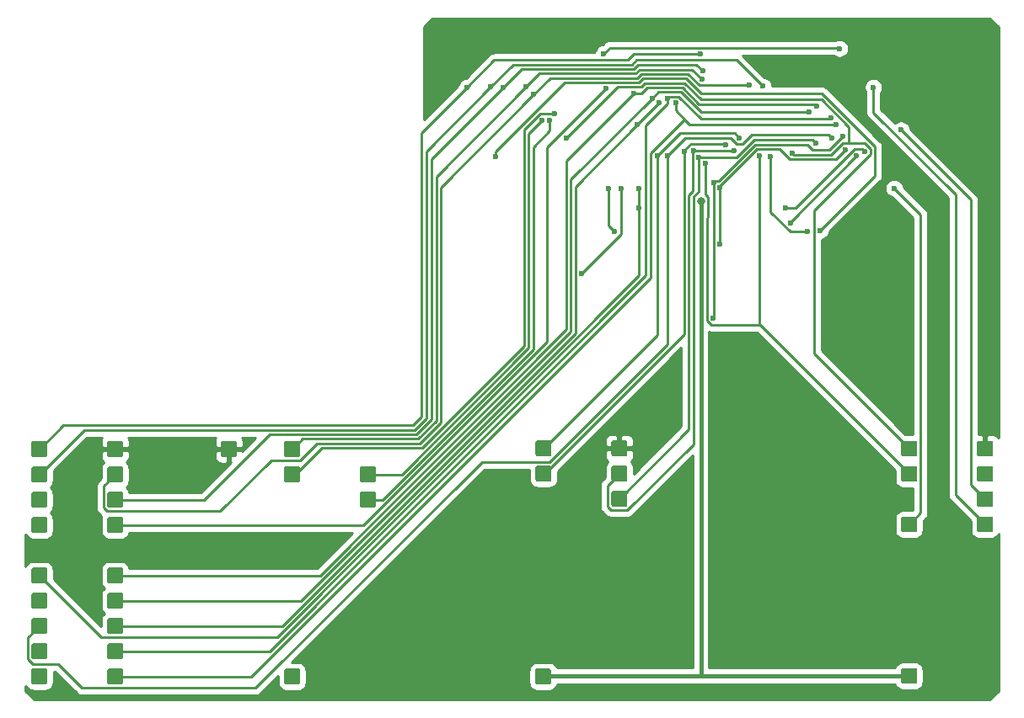
<source format=gbl>
G04 #@! TF.GenerationSoftware,KiCad,Pcbnew,(5.1.2-1)-1*
G04 #@! TF.CreationDate,2019-09-30T22:51:03+01:00*
G04 #@! TF.ProjectId,DRAM Board,4452414d-2042-46f6-9172-642e6b696361,rev?*
G04 #@! TF.SameCoordinates,Original*
G04 #@! TF.FileFunction,Copper,L2,Bot*
G04 #@! TF.FilePolarity,Positive*
%FSLAX46Y46*%
G04 Gerber Fmt 4.6, Leading zero omitted, Abs format (unit mm)*
G04 Created by KiCad (PCBNEW (5.1.2-1)-1) date 2019-09-30 22:51:03*
%MOMM*%
%LPD*%
G04 APERTURE LIST*
%ADD10C,0.100000*%
%ADD11C,1.600000*%
%ADD12C,0.600000*%
%ADD13C,0.800000*%
%ADD14C,0.250000*%
%ADD15C,0.381000*%
%ADD16C,0.254000*%
G04 APERTURE END LIST*
D10*
G36*
X143621603Y-96533763D02*
G01*
X143641018Y-96536643D01*
X143660057Y-96541412D01*
X143678537Y-96548024D01*
X143696279Y-96556416D01*
X143713114Y-96566506D01*
X143728879Y-96578198D01*
X143743421Y-96591379D01*
X143756602Y-96605921D01*
X143768294Y-96621686D01*
X143778384Y-96638521D01*
X143786776Y-96656263D01*
X143793388Y-96674743D01*
X143798157Y-96693782D01*
X143801037Y-96713197D01*
X143802000Y-96732800D01*
X143802000Y-97932800D01*
X143801037Y-97952403D01*
X143798157Y-97971818D01*
X143793388Y-97990857D01*
X143786776Y-98009337D01*
X143778384Y-98027079D01*
X143768294Y-98043914D01*
X143756602Y-98059679D01*
X143743421Y-98074221D01*
X143728879Y-98087402D01*
X143713114Y-98099094D01*
X143696279Y-98109184D01*
X143678537Y-98117576D01*
X143660057Y-98124188D01*
X143641018Y-98128957D01*
X143621603Y-98131837D01*
X143602000Y-98132800D01*
X142402000Y-98132800D01*
X142382397Y-98131837D01*
X142362982Y-98128957D01*
X142343943Y-98124188D01*
X142325463Y-98117576D01*
X142307721Y-98109184D01*
X142290886Y-98099094D01*
X142275121Y-98087402D01*
X142260579Y-98074221D01*
X142247398Y-98059679D01*
X142235706Y-98043914D01*
X142225616Y-98027079D01*
X142217224Y-98009337D01*
X142210612Y-97990857D01*
X142205843Y-97971818D01*
X142202963Y-97952403D01*
X142202000Y-97932800D01*
X142202000Y-96732800D01*
X142202963Y-96713197D01*
X142205843Y-96693782D01*
X142210612Y-96674743D01*
X142217224Y-96656263D01*
X142225616Y-96638521D01*
X142235706Y-96621686D01*
X142247398Y-96605921D01*
X142260579Y-96591379D01*
X142275121Y-96578198D01*
X142290886Y-96566506D01*
X142307721Y-96556416D01*
X142325463Y-96548024D01*
X142343943Y-96541412D01*
X142362982Y-96536643D01*
X142382397Y-96533763D01*
X142402000Y-96532800D01*
X143602000Y-96532800D01*
X143621603Y-96533763D01*
X143621603Y-96533763D01*
G37*
D11*
X143002000Y-97332800D03*
D10*
G36*
X238617603Y-78702963D02*
G01*
X238637018Y-78705843D01*
X238656057Y-78710612D01*
X238674537Y-78717224D01*
X238692279Y-78725616D01*
X238709114Y-78735706D01*
X238724879Y-78747398D01*
X238739421Y-78760579D01*
X238752602Y-78775121D01*
X238764294Y-78790886D01*
X238774384Y-78807721D01*
X238782776Y-78825463D01*
X238789388Y-78843943D01*
X238794157Y-78862982D01*
X238797037Y-78882397D01*
X238798000Y-78902000D01*
X238798000Y-80102000D01*
X238797037Y-80121603D01*
X238794157Y-80141018D01*
X238789388Y-80160057D01*
X238782776Y-80178537D01*
X238774384Y-80196279D01*
X238764294Y-80213114D01*
X238752602Y-80228879D01*
X238739421Y-80243421D01*
X238724879Y-80256602D01*
X238709114Y-80268294D01*
X238692279Y-80278384D01*
X238674537Y-80286776D01*
X238656057Y-80293388D01*
X238637018Y-80298157D01*
X238617603Y-80301037D01*
X238598000Y-80302000D01*
X237398000Y-80302000D01*
X237378397Y-80301037D01*
X237358982Y-80298157D01*
X237339943Y-80293388D01*
X237321463Y-80286776D01*
X237303721Y-80278384D01*
X237286886Y-80268294D01*
X237271121Y-80256602D01*
X237256579Y-80243421D01*
X237243398Y-80228879D01*
X237231706Y-80213114D01*
X237221616Y-80196279D01*
X237213224Y-80178537D01*
X237206612Y-80160057D01*
X237201843Y-80141018D01*
X237198963Y-80121603D01*
X237198000Y-80102000D01*
X237198000Y-78902000D01*
X237198963Y-78882397D01*
X237201843Y-78862982D01*
X237206612Y-78843943D01*
X237213224Y-78825463D01*
X237221616Y-78807721D01*
X237231706Y-78790886D01*
X237243398Y-78775121D01*
X237256579Y-78760579D01*
X237271121Y-78747398D01*
X237286886Y-78735706D01*
X237303721Y-78725616D01*
X237321463Y-78717224D01*
X237339943Y-78710612D01*
X237358982Y-78705843D01*
X237378397Y-78702963D01*
X237398000Y-78702000D01*
X238598000Y-78702000D01*
X238617603Y-78702963D01*
X238617603Y-78702963D01*
G37*
D11*
X237998000Y-79502000D03*
D10*
G36*
X230997603Y-76162963D02*
G01*
X231017018Y-76165843D01*
X231036057Y-76170612D01*
X231054537Y-76177224D01*
X231072279Y-76185616D01*
X231089114Y-76195706D01*
X231104879Y-76207398D01*
X231119421Y-76220579D01*
X231132602Y-76235121D01*
X231144294Y-76250886D01*
X231154384Y-76267721D01*
X231162776Y-76285463D01*
X231169388Y-76303943D01*
X231174157Y-76322982D01*
X231177037Y-76342397D01*
X231178000Y-76362000D01*
X231178000Y-77562000D01*
X231177037Y-77581603D01*
X231174157Y-77601018D01*
X231169388Y-77620057D01*
X231162776Y-77638537D01*
X231154384Y-77656279D01*
X231144294Y-77673114D01*
X231132602Y-77688879D01*
X231119421Y-77703421D01*
X231104879Y-77716602D01*
X231089114Y-77728294D01*
X231072279Y-77738384D01*
X231054537Y-77746776D01*
X231036057Y-77753388D01*
X231017018Y-77758157D01*
X230997603Y-77761037D01*
X230978000Y-77762000D01*
X229778000Y-77762000D01*
X229758397Y-77761037D01*
X229738982Y-77758157D01*
X229719943Y-77753388D01*
X229701463Y-77746776D01*
X229683721Y-77738384D01*
X229666886Y-77728294D01*
X229651121Y-77716602D01*
X229636579Y-77703421D01*
X229623398Y-77688879D01*
X229611706Y-77673114D01*
X229601616Y-77656279D01*
X229593224Y-77638537D01*
X229586612Y-77620057D01*
X229581843Y-77601018D01*
X229578963Y-77581603D01*
X229578000Y-77562000D01*
X229578000Y-76362000D01*
X229578963Y-76342397D01*
X229581843Y-76322982D01*
X229586612Y-76303943D01*
X229593224Y-76285463D01*
X229601616Y-76267721D01*
X229611706Y-76250886D01*
X229623398Y-76235121D01*
X229636579Y-76220579D01*
X229651121Y-76207398D01*
X229666886Y-76195706D01*
X229683721Y-76185616D01*
X229701463Y-76177224D01*
X229719943Y-76170612D01*
X229738982Y-76165843D01*
X229758397Y-76162963D01*
X229778000Y-76162000D01*
X230978000Y-76162000D01*
X230997603Y-76162963D01*
X230997603Y-76162963D01*
G37*
D11*
X230378000Y-76962000D03*
D10*
G36*
X238617603Y-76162963D02*
G01*
X238637018Y-76165843D01*
X238656057Y-76170612D01*
X238674537Y-76177224D01*
X238692279Y-76185616D01*
X238709114Y-76195706D01*
X238724879Y-76207398D01*
X238739421Y-76220579D01*
X238752602Y-76235121D01*
X238764294Y-76250886D01*
X238774384Y-76267721D01*
X238782776Y-76285463D01*
X238789388Y-76303943D01*
X238794157Y-76322982D01*
X238797037Y-76342397D01*
X238798000Y-76362000D01*
X238798000Y-77562000D01*
X238797037Y-77581603D01*
X238794157Y-77601018D01*
X238789388Y-77620057D01*
X238782776Y-77638537D01*
X238774384Y-77656279D01*
X238764294Y-77673114D01*
X238752602Y-77688879D01*
X238739421Y-77703421D01*
X238724879Y-77716602D01*
X238709114Y-77728294D01*
X238692279Y-77738384D01*
X238674537Y-77746776D01*
X238656057Y-77753388D01*
X238637018Y-77758157D01*
X238617603Y-77761037D01*
X238598000Y-77762000D01*
X237398000Y-77762000D01*
X237378397Y-77761037D01*
X237358982Y-77758157D01*
X237339943Y-77753388D01*
X237321463Y-77746776D01*
X237303721Y-77738384D01*
X237286886Y-77728294D01*
X237271121Y-77716602D01*
X237256579Y-77703421D01*
X237243398Y-77688879D01*
X237231706Y-77673114D01*
X237221616Y-77656279D01*
X237213224Y-77638537D01*
X237206612Y-77620057D01*
X237201843Y-77601018D01*
X237198963Y-77581603D01*
X237198000Y-77562000D01*
X237198000Y-76362000D01*
X237198963Y-76342397D01*
X237201843Y-76322982D01*
X237206612Y-76303943D01*
X237213224Y-76285463D01*
X237221616Y-76267721D01*
X237231706Y-76250886D01*
X237243398Y-76235121D01*
X237256579Y-76220579D01*
X237271121Y-76207398D01*
X237286886Y-76195706D01*
X237303721Y-76185616D01*
X237321463Y-76177224D01*
X237339943Y-76170612D01*
X237358982Y-76165843D01*
X237378397Y-76162963D01*
X237398000Y-76162000D01*
X238598000Y-76162000D01*
X238617603Y-76162963D01*
X238617603Y-76162963D01*
G37*
D11*
X237998000Y-76962000D03*
D10*
G36*
X230997603Y-73622963D02*
G01*
X231017018Y-73625843D01*
X231036057Y-73630612D01*
X231054537Y-73637224D01*
X231072279Y-73645616D01*
X231089114Y-73655706D01*
X231104879Y-73667398D01*
X231119421Y-73680579D01*
X231132602Y-73695121D01*
X231144294Y-73710886D01*
X231154384Y-73727721D01*
X231162776Y-73745463D01*
X231169388Y-73763943D01*
X231174157Y-73782982D01*
X231177037Y-73802397D01*
X231178000Y-73822000D01*
X231178000Y-75022000D01*
X231177037Y-75041603D01*
X231174157Y-75061018D01*
X231169388Y-75080057D01*
X231162776Y-75098537D01*
X231154384Y-75116279D01*
X231144294Y-75133114D01*
X231132602Y-75148879D01*
X231119421Y-75163421D01*
X231104879Y-75176602D01*
X231089114Y-75188294D01*
X231072279Y-75198384D01*
X231054537Y-75206776D01*
X231036057Y-75213388D01*
X231017018Y-75218157D01*
X230997603Y-75221037D01*
X230978000Y-75222000D01*
X229778000Y-75222000D01*
X229758397Y-75221037D01*
X229738982Y-75218157D01*
X229719943Y-75213388D01*
X229701463Y-75206776D01*
X229683721Y-75198384D01*
X229666886Y-75188294D01*
X229651121Y-75176602D01*
X229636579Y-75163421D01*
X229623398Y-75148879D01*
X229611706Y-75133114D01*
X229601616Y-75116279D01*
X229593224Y-75098537D01*
X229586612Y-75080057D01*
X229581843Y-75061018D01*
X229578963Y-75041603D01*
X229578000Y-75022000D01*
X229578000Y-73822000D01*
X229578963Y-73802397D01*
X229581843Y-73782982D01*
X229586612Y-73763943D01*
X229593224Y-73745463D01*
X229601616Y-73727721D01*
X229611706Y-73710886D01*
X229623398Y-73695121D01*
X229636579Y-73680579D01*
X229651121Y-73667398D01*
X229666886Y-73655706D01*
X229683721Y-73645616D01*
X229701463Y-73637224D01*
X229719943Y-73630612D01*
X229738982Y-73625843D01*
X229758397Y-73622963D01*
X229778000Y-73622000D01*
X230978000Y-73622000D01*
X230997603Y-73622963D01*
X230997603Y-73622963D01*
G37*
D11*
X230378000Y-74422000D03*
D10*
G36*
X201889603Y-78677563D02*
G01*
X201909018Y-78680443D01*
X201928057Y-78685212D01*
X201946537Y-78691824D01*
X201964279Y-78700216D01*
X201981114Y-78710306D01*
X201996879Y-78721998D01*
X202011421Y-78735179D01*
X202024602Y-78749721D01*
X202036294Y-78765486D01*
X202046384Y-78782321D01*
X202054776Y-78800063D01*
X202061388Y-78818543D01*
X202066157Y-78837582D01*
X202069037Y-78856997D01*
X202070000Y-78876600D01*
X202070000Y-80076600D01*
X202069037Y-80096203D01*
X202066157Y-80115618D01*
X202061388Y-80134657D01*
X202054776Y-80153137D01*
X202046384Y-80170879D01*
X202036294Y-80187714D01*
X202024602Y-80203479D01*
X202011421Y-80218021D01*
X201996879Y-80231202D01*
X201981114Y-80242894D01*
X201964279Y-80252984D01*
X201946537Y-80261376D01*
X201928057Y-80267988D01*
X201909018Y-80272757D01*
X201889603Y-80275637D01*
X201870000Y-80276600D01*
X200670000Y-80276600D01*
X200650397Y-80275637D01*
X200630982Y-80272757D01*
X200611943Y-80267988D01*
X200593463Y-80261376D01*
X200575721Y-80252984D01*
X200558886Y-80242894D01*
X200543121Y-80231202D01*
X200528579Y-80218021D01*
X200515398Y-80203479D01*
X200503706Y-80187714D01*
X200493616Y-80170879D01*
X200485224Y-80153137D01*
X200478612Y-80134657D01*
X200473843Y-80115618D01*
X200470963Y-80096203D01*
X200470000Y-80076600D01*
X200470000Y-78876600D01*
X200470963Y-78856997D01*
X200473843Y-78837582D01*
X200478612Y-78818543D01*
X200485224Y-78800063D01*
X200493616Y-78782321D01*
X200503706Y-78765486D01*
X200515398Y-78749721D01*
X200528579Y-78735179D01*
X200543121Y-78721998D01*
X200558886Y-78710306D01*
X200575721Y-78700216D01*
X200593463Y-78691824D01*
X200611943Y-78685212D01*
X200630982Y-78680443D01*
X200650397Y-78677563D01*
X200670000Y-78676600D01*
X201870000Y-78676600D01*
X201889603Y-78677563D01*
X201889603Y-78677563D01*
G37*
D11*
X201270000Y-79476600D03*
D10*
G36*
X194269603Y-76137563D02*
G01*
X194289018Y-76140443D01*
X194308057Y-76145212D01*
X194326537Y-76151824D01*
X194344279Y-76160216D01*
X194361114Y-76170306D01*
X194376879Y-76181998D01*
X194391421Y-76195179D01*
X194404602Y-76209721D01*
X194416294Y-76225486D01*
X194426384Y-76242321D01*
X194434776Y-76260063D01*
X194441388Y-76278543D01*
X194446157Y-76297582D01*
X194449037Y-76316997D01*
X194450000Y-76336600D01*
X194450000Y-77536600D01*
X194449037Y-77556203D01*
X194446157Y-77575618D01*
X194441388Y-77594657D01*
X194434776Y-77613137D01*
X194426384Y-77630879D01*
X194416294Y-77647714D01*
X194404602Y-77663479D01*
X194391421Y-77678021D01*
X194376879Y-77691202D01*
X194361114Y-77702894D01*
X194344279Y-77712984D01*
X194326537Y-77721376D01*
X194308057Y-77727988D01*
X194289018Y-77732757D01*
X194269603Y-77735637D01*
X194250000Y-77736600D01*
X193050000Y-77736600D01*
X193030397Y-77735637D01*
X193010982Y-77732757D01*
X192991943Y-77727988D01*
X192973463Y-77721376D01*
X192955721Y-77712984D01*
X192938886Y-77702894D01*
X192923121Y-77691202D01*
X192908579Y-77678021D01*
X192895398Y-77663479D01*
X192883706Y-77647714D01*
X192873616Y-77630879D01*
X192865224Y-77613137D01*
X192858612Y-77594657D01*
X192853843Y-77575618D01*
X192850963Y-77556203D01*
X192850000Y-77536600D01*
X192850000Y-76336600D01*
X192850963Y-76316997D01*
X192853843Y-76297582D01*
X192858612Y-76278543D01*
X192865224Y-76260063D01*
X192873616Y-76242321D01*
X192883706Y-76225486D01*
X192895398Y-76209721D01*
X192908579Y-76195179D01*
X192923121Y-76181998D01*
X192938886Y-76170306D01*
X192955721Y-76160216D01*
X192973463Y-76151824D01*
X192991943Y-76145212D01*
X193010982Y-76140443D01*
X193030397Y-76137563D01*
X193050000Y-76136600D01*
X194250000Y-76136600D01*
X194269603Y-76137563D01*
X194269603Y-76137563D01*
G37*
D11*
X193650000Y-76936600D03*
D10*
G36*
X201889603Y-76137563D02*
G01*
X201909018Y-76140443D01*
X201928057Y-76145212D01*
X201946537Y-76151824D01*
X201964279Y-76160216D01*
X201981114Y-76170306D01*
X201996879Y-76181998D01*
X202011421Y-76195179D01*
X202024602Y-76209721D01*
X202036294Y-76225486D01*
X202046384Y-76242321D01*
X202054776Y-76260063D01*
X202061388Y-76278543D01*
X202066157Y-76297582D01*
X202069037Y-76316997D01*
X202070000Y-76336600D01*
X202070000Y-77536600D01*
X202069037Y-77556203D01*
X202066157Y-77575618D01*
X202061388Y-77594657D01*
X202054776Y-77613137D01*
X202046384Y-77630879D01*
X202036294Y-77647714D01*
X202024602Y-77663479D01*
X202011421Y-77678021D01*
X201996879Y-77691202D01*
X201981114Y-77702894D01*
X201964279Y-77712984D01*
X201946537Y-77721376D01*
X201928057Y-77727988D01*
X201909018Y-77732757D01*
X201889603Y-77735637D01*
X201870000Y-77736600D01*
X200670000Y-77736600D01*
X200650397Y-77735637D01*
X200630982Y-77732757D01*
X200611943Y-77727988D01*
X200593463Y-77721376D01*
X200575721Y-77712984D01*
X200558886Y-77702894D01*
X200543121Y-77691202D01*
X200528579Y-77678021D01*
X200515398Y-77663479D01*
X200503706Y-77647714D01*
X200493616Y-77630879D01*
X200485224Y-77613137D01*
X200478612Y-77594657D01*
X200473843Y-77575618D01*
X200470963Y-77556203D01*
X200470000Y-77536600D01*
X200470000Y-76336600D01*
X200470963Y-76316997D01*
X200473843Y-76297582D01*
X200478612Y-76278543D01*
X200485224Y-76260063D01*
X200493616Y-76242321D01*
X200503706Y-76225486D01*
X200515398Y-76209721D01*
X200528579Y-76195179D01*
X200543121Y-76181998D01*
X200558886Y-76170306D01*
X200575721Y-76160216D01*
X200593463Y-76151824D01*
X200611943Y-76145212D01*
X200630982Y-76140443D01*
X200650397Y-76137563D01*
X200670000Y-76136600D01*
X201870000Y-76136600D01*
X201889603Y-76137563D01*
X201889603Y-76137563D01*
G37*
D11*
X201270000Y-76936600D03*
D10*
G36*
X194269603Y-73597563D02*
G01*
X194289018Y-73600443D01*
X194308057Y-73605212D01*
X194326537Y-73611824D01*
X194344279Y-73620216D01*
X194361114Y-73630306D01*
X194376879Y-73641998D01*
X194391421Y-73655179D01*
X194404602Y-73669721D01*
X194416294Y-73685486D01*
X194426384Y-73702321D01*
X194434776Y-73720063D01*
X194441388Y-73738543D01*
X194446157Y-73757582D01*
X194449037Y-73776997D01*
X194450000Y-73796600D01*
X194450000Y-74996600D01*
X194449037Y-75016203D01*
X194446157Y-75035618D01*
X194441388Y-75054657D01*
X194434776Y-75073137D01*
X194426384Y-75090879D01*
X194416294Y-75107714D01*
X194404602Y-75123479D01*
X194391421Y-75138021D01*
X194376879Y-75151202D01*
X194361114Y-75162894D01*
X194344279Y-75172984D01*
X194326537Y-75181376D01*
X194308057Y-75187988D01*
X194289018Y-75192757D01*
X194269603Y-75195637D01*
X194250000Y-75196600D01*
X193050000Y-75196600D01*
X193030397Y-75195637D01*
X193010982Y-75192757D01*
X192991943Y-75187988D01*
X192973463Y-75181376D01*
X192955721Y-75172984D01*
X192938886Y-75162894D01*
X192923121Y-75151202D01*
X192908579Y-75138021D01*
X192895398Y-75123479D01*
X192883706Y-75107714D01*
X192873616Y-75090879D01*
X192865224Y-75073137D01*
X192858612Y-75054657D01*
X192853843Y-75035618D01*
X192850963Y-75016203D01*
X192850000Y-74996600D01*
X192850000Y-73796600D01*
X192850963Y-73776997D01*
X192853843Y-73757582D01*
X192858612Y-73738543D01*
X192865224Y-73720063D01*
X192873616Y-73702321D01*
X192883706Y-73685486D01*
X192895398Y-73669721D01*
X192908579Y-73655179D01*
X192923121Y-73641998D01*
X192938886Y-73630306D01*
X192955721Y-73620216D01*
X192973463Y-73611824D01*
X192991943Y-73605212D01*
X193010982Y-73600443D01*
X193030397Y-73597563D01*
X193050000Y-73596600D01*
X194250000Y-73596600D01*
X194269603Y-73597563D01*
X194269603Y-73597563D01*
G37*
D11*
X193650000Y-74396600D03*
D10*
G36*
X176641603Y-78753763D02*
G01*
X176661018Y-78756643D01*
X176680057Y-78761412D01*
X176698537Y-78768024D01*
X176716279Y-78776416D01*
X176733114Y-78786506D01*
X176748879Y-78798198D01*
X176763421Y-78811379D01*
X176776602Y-78825921D01*
X176788294Y-78841686D01*
X176798384Y-78858521D01*
X176806776Y-78876263D01*
X176813388Y-78894743D01*
X176818157Y-78913782D01*
X176821037Y-78933197D01*
X176822000Y-78952800D01*
X176822000Y-80152800D01*
X176821037Y-80172403D01*
X176818157Y-80191818D01*
X176813388Y-80210857D01*
X176806776Y-80229337D01*
X176798384Y-80247079D01*
X176788294Y-80263914D01*
X176776602Y-80279679D01*
X176763421Y-80294221D01*
X176748879Y-80307402D01*
X176733114Y-80319094D01*
X176716279Y-80329184D01*
X176698537Y-80337576D01*
X176680057Y-80344188D01*
X176661018Y-80348957D01*
X176641603Y-80351837D01*
X176622000Y-80352800D01*
X175422000Y-80352800D01*
X175402397Y-80351837D01*
X175382982Y-80348957D01*
X175363943Y-80344188D01*
X175345463Y-80337576D01*
X175327721Y-80329184D01*
X175310886Y-80319094D01*
X175295121Y-80307402D01*
X175280579Y-80294221D01*
X175267398Y-80279679D01*
X175255706Y-80263914D01*
X175245616Y-80247079D01*
X175237224Y-80229337D01*
X175230612Y-80210857D01*
X175225843Y-80191818D01*
X175222963Y-80172403D01*
X175222000Y-80152800D01*
X175222000Y-78952800D01*
X175222963Y-78933197D01*
X175225843Y-78913782D01*
X175230612Y-78894743D01*
X175237224Y-78876263D01*
X175245616Y-78858521D01*
X175255706Y-78841686D01*
X175267398Y-78825921D01*
X175280579Y-78811379D01*
X175295121Y-78798198D01*
X175310886Y-78786506D01*
X175327721Y-78776416D01*
X175345463Y-78768024D01*
X175363943Y-78761412D01*
X175382982Y-78756643D01*
X175402397Y-78753763D01*
X175422000Y-78752800D01*
X176622000Y-78752800D01*
X176641603Y-78753763D01*
X176641603Y-78753763D01*
G37*
D11*
X176022000Y-79552800D03*
D10*
G36*
X169021603Y-76213763D02*
G01*
X169041018Y-76216643D01*
X169060057Y-76221412D01*
X169078537Y-76228024D01*
X169096279Y-76236416D01*
X169113114Y-76246506D01*
X169128879Y-76258198D01*
X169143421Y-76271379D01*
X169156602Y-76285921D01*
X169168294Y-76301686D01*
X169178384Y-76318521D01*
X169186776Y-76336263D01*
X169193388Y-76354743D01*
X169198157Y-76373782D01*
X169201037Y-76393197D01*
X169202000Y-76412800D01*
X169202000Y-77612800D01*
X169201037Y-77632403D01*
X169198157Y-77651818D01*
X169193388Y-77670857D01*
X169186776Y-77689337D01*
X169178384Y-77707079D01*
X169168294Y-77723914D01*
X169156602Y-77739679D01*
X169143421Y-77754221D01*
X169128879Y-77767402D01*
X169113114Y-77779094D01*
X169096279Y-77789184D01*
X169078537Y-77797576D01*
X169060057Y-77804188D01*
X169041018Y-77808957D01*
X169021603Y-77811837D01*
X169002000Y-77812800D01*
X167802000Y-77812800D01*
X167782397Y-77811837D01*
X167762982Y-77808957D01*
X167743943Y-77804188D01*
X167725463Y-77797576D01*
X167707721Y-77789184D01*
X167690886Y-77779094D01*
X167675121Y-77767402D01*
X167660579Y-77754221D01*
X167647398Y-77739679D01*
X167635706Y-77723914D01*
X167625616Y-77707079D01*
X167617224Y-77689337D01*
X167610612Y-77670857D01*
X167605843Y-77651818D01*
X167602963Y-77632403D01*
X167602000Y-77612800D01*
X167602000Y-76412800D01*
X167602963Y-76393197D01*
X167605843Y-76373782D01*
X167610612Y-76354743D01*
X167617224Y-76336263D01*
X167625616Y-76318521D01*
X167635706Y-76301686D01*
X167647398Y-76285921D01*
X167660579Y-76271379D01*
X167675121Y-76258198D01*
X167690886Y-76246506D01*
X167707721Y-76236416D01*
X167725463Y-76228024D01*
X167743943Y-76221412D01*
X167762982Y-76216643D01*
X167782397Y-76213763D01*
X167802000Y-76212800D01*
X169002000Y-76212800D01*
X169021603Y-76213763D01*
X169021603Y-76213763D01*
G37*
D11*
X168402000Y-77012800D03*
D10*
G36*
X176641603Y-76213763D02*
G01*
X176661018Y-76216643D01*
X176680057Y-76221412D01*
X176698537Y-76228024D01*
X176716279Y-76236416D01*
X176733114Y-76246506D01*
X176748879Y-76258198D01*
X176763421Y-76271379D01*
X176776602Y-76285921D01*
X176788294Y-76301686D01*
X176798384Y-76318521D01*
X176806776Y-76336263D01*
X176813388Y-76354743D01*
X176818157Y-76373782D01*
X176821037Y-76393197D01*
X176822000Y-76412800D01*
X176822000Y-77612800D01*
X176821037Y-77632403D01*
X176818157Y-77651818D01*
X176813388Y-77670857D01*
X176806776Y-77689337D01*
X176798384Y-77707079D01*
X176788294Y-77723914D01*
X176776602Y-77739679D01*
X176763421Y-77754221D01*
X176748879Y-77767402D01*
X176733114Y-77779094D01*
X176716279Y-77789184D01*
X176698537Y-77797576D01*
X176680057Y-77804188D01*
X176661018Y-77808957D01*
X176641603Y-77811837D01*
X176622000Y-77812800D01*
X175422000Y-77812800D01*
X175402397Y-77811837D01*
X175382982Y-77808957D01*
X175363943Y-77804188D01*
X175345463Y-77797576D01*
X175327721Y-77789184D01*
X175310886Y-77779094D01*
X175295121Y-77767402D01*
X175280579Y-77754221D01*
X175267398Y-77739679D01*
X175255706Y-77723914D01*
X175245616Y-77707079D01*
X175237224Y-77689337D01*
X175230612Y-77670857D01*
X175225843Y-77651818D01*
X175222963Y-77632403D01*
X175222000Y-77612800D01*
X175222000Y-76412800D01*
X175222963Y-76393197D01*
X175225843Y-76373782D01*
X175230612Y-76354743D01*
X175237224Y-76336263D01*
X175245616Y-76318521D01*
X175255706Y-76301686D01*
X175267398Y-76285921D01*
X175280579Y-76271379D01*
X175295121Y-76258198D01*
X175310886Y-76246506D01*
X175327721Y-76236416D01*
X175345463Y-76228024D01*
X175363943Y-76221412D01*
X175382982Y-76216643D01*
X175402397Y-76213763D01*
X175422000Y-76212800D01*
X176622000Y-76212800D01*
X176641603Y-76213763D01*
X176641603Y-76213763D01*
G37*
D11*
X176022000Y-77012800D03*
D10*
G36*
X169021603Y-73673963D02*
G01*
X169041018Y-73676843D01*
X169060057Y-73681612D01*
X169078537Y-73688224D01*
X169096279Y-73696616D01*
X169113114Y-73706706D01*
X169128879Y-73718398D01*
X169143421Y-73731579D01*
X169156602Y-73746121D01*
X169168294Y-73761886D01*
X169178384Y-73778721D01*
X169186776Y-73796463D01*
X169193388Y-73814943D01*
X169198157Y-73833982D01*
X169201037Y-73853397D01*
X169202000Y-73873000D01*
X169202000Y-75073000D01*
X169201037Y-75092603D01*
X169198157Y-75112018D01*
X169193388Y-75131057D01*
X169186776Y-75149537D01*
X169178384Y-75167279D01*
X169168294Y-75184114D01*
X169156602Y-75199879D01*
X169143421Y-75214421D01*
X169128879Y-75227602D01*
X169113114Y-75239294D01*
X169096279Y-75249384D01*
X169078537Y-75257776D01*
X169060057Y-75264388D01*
X169041018Y-75269157D01*
X169021603Y-75272037D01*
X169002000Y-75273000D01*
X167802000Y-75273000D01*
X167782397Y-75272037D01*
X167762982Y-75269157D01*
X167743943Y-75264388D01*
X167725463Y-75257776D01*
X167707721Y-75249384D01*
X167690886Y-75239294D01*
X167675121Y-75227602D01*
X167660579Y-75214421D01*
X167647398Y-75199879D01*
X167635706Y-75184114D01*
X167625616Y-75167279D01*
X167617224Y-75149537D01*
X167610612Y-75131057D01*
X167605843Y-75112018D01*
X167602963Y-75092603D01*
X167602000Y-75073000D01*
X167602000Y-73873000D01*
X167602963Y-73853397D01*
X167605843Y-73833982D01*
X167610612Y-73814943D01*
X167617224Y-73796463D01*
X167625616Y-73778721D01*
X167635706Y-73761886D01*
X167647398Y-73746121D01*
X167660579Y-73731579D01*
X167675121Y-73718398D01*
X167690886Y-73706706D01*
X167707721Y-73696616D01*
X167725463Y-73688224D01*
X167743943Y-73681612D01*
X167762982Y-73676843D01*
X167782397Y-73673963D01*
X167802000Y-73673000D01*
X169002000Y-73673000D01*
X169021603Y-73673963D01*
X169021603Y-73673963D01*
G37*
D11*
X168402000Y-74473000D03*
D10*
G36*
X151241603Y-78766463D02*
G01*
X151261018Y-78769343D01*
X151280057Y-78774112D01*
X151298537Y-78780724D01*
X151316279Y-78789116D01*
X151333114Y-78799206D01*
X151348879Y-78810898D01*
X151363421Y-78824079D01*
X151376602Y-78838621D01*
X151388294Y-78854386D01*
X151398384Y-78871221D01*
X151406776Y-78888963D01*
X151413388Y-78907443D01*
X151418157Y-78926482D01*
X151421037Y-78945897D01*
X151422000Y-78965500D01*
X151422000Y-80165500D01*
X151421037Y-80185103D01*
X151418157Y-80204518D01*
X151413388Y-80223557D01*
X151406776Y-80242037D01*
X151398384Y-80259779D01*
X151388294Y-80276614D01*
X151376602Y-80292379D01*
X151363421Y-80306921D01*
X151348879Y-80320102D01*
X151333114Y-80331794D01*
X151316279Y-80341884D01*
X151298537Y-80350276D01*
X151280057Y-80356888D01*
X151261018Y-80361657D01*
X151241603Y-80364537D01*
X151222000Y-80365500D01*
X150022000Y-80365500D01*
X150002397Y-80364537D01*
X149982982Y-80361657D01*
X149963943Y-80356888D01*
X149945463Y-80350276D01*
X149927721Y-80341884D01*
X149910886Y-80331794D01*
X149895121Y-80320102D01*
X149880579Y-80306921D01*
X149867398Y-80292379D01*
X149855706Y-80276614D01*
X149845616Y-80259779D01*
X149837224Y-80242037D01*
X149830612Y-80223557D01*
X149825843Y-80204518D01*
X149822963Y-80185103D01*
X149822000Y-80165500D01*
X149822000Y-78965500D01*
X149822963Y-78945897D01*
X149825843Y-78926482D01*
X149830612Y-78907443D01*
X149837224Y-78888963D01*
X149845616Y-78871221D01*
X149855706Y-78854386D01*
X149867398Y-78838621D01*
X149880579Y-78824079D01*
X149895121Y-78810898D01*
X149910886Y-78799206D01*
X149927721Y-78789116D01*
X149945463Y-78780724D01*
X149963943Y-78774112D01*
X149982982Y-78769343D01*
X150002397Y-78766463D01*
X150022000Y-78765500D01*
X151222000Y-78765500D01*
X151241603Y-78766463D01*
X151241603Y-78766463D01*
G37*
D11*
X150622000Y-79565500D03*
D10*
G36*
X143621603Y-76226463D02*
G01*
X143641018Y-76229343D01*
X143660057Y-76234112D01*
X143678537Y-76240724D01*
X143696279Y-76249116D01*
X143713114Y-76259206D01*
X143728879Y-76270898D01*
X143743421Y-76284079D01*
X143756602Y-76298621D01*
X143768294Y-76314386D01*
X143778384Y-76331221D01*
X143786776Y-76348963D01*
X143793388Y-76367443D01*
X143798157Y-76386482D01*
X143801037Y-76405897D01*
X143802000Y-76425500D01*
X143802000Y-77625500D01*
X143801037Y-77645103D01*
X143798157Y-77664518D01*
X143793388Y-77683557D01*
X143786776Y-77702037D01*
X143778384Y-77719779D01*
X143768294Y-77736614D01*
X143756602Y-77752379D01*
X143743421Y-77766921D01*
X143728879Y-77780102D01*
X143713114Y-77791794D01*
X143696279Y-77801884D01*
X143678537Y-77810276D01*
X143660057Y-77816888D01*
X143641018Y-77821657D01*
X143621603Y-77824537D01*
X143602000Y-77825500D01*
X142402000Y-77825500D01*
X142382397Y-77824537D01*
X142362982Y-77821657D01*
X142343943Y-77816888D01*
X142325463Y-77810276D01*
X142307721Y-77801884D01*
X142290886Y-77791794D01*
X142275121Y-77780102D01*
X142260579Y-77766921D01*
X142247398Y-77752379D01*
X142235706Y-77736614D01*
X142225616Y-77719779D01*
X142217224Y-77702037D01*
X142210612Y-77683557D01*
X142205843Y-77664518D01*
X142202963Y-77645103D01*
X142202000Y-77625500D01*
X142202000Y-76425500D01*
X142202963Y-76405897D01*
X142205843Y-76386482D01*
X142210612Y-76367443D01*
X142217224Y-76348963D01*
X142225616Y-76331221D01*
X142235706Y-76314386D01*
X142247398Y-76298621D01*
X142260579Y-76284079D01*
X142275121Y-76270898D01*
X142290886Y-76259206D01*
X142307721Y-76249116D01*
X142325463Y-76240724D01*
X142343943Y-76234112D01*
X142362982Y-76229343D01*
X142382397Y-76226463D01*
X142402000Y-76225500D01*
X143602000Y-76225500D01*
X143621603Y-76226463D01*
X143621603Y-76226463D01*
G37*
D11*
X143002000Y-77025500D03*
D10*
G36*
X151241603Y-76226463D02*
G01*
X151261018Y-76229343D01*
X151280057Y-76234112D01*
X151298537Y-76240724D01*
X151316279Y-76249116D01*
X151333114Y-76259206D01*
X151348879Y-76270898D01*
X151363421Y-76284079D01*
X151376602Y-76298621D01*
X151388294Y-76314386D01*
X151398384Y-76331221D01*
X151406776Y-76348963D01*
X151413388Y-76367443D01*
X151418157Y-76386482D01*
X151421037Y-76405897D01*
X151422000Y-76425500D01*
X151422000Y-77625500D01*
X151421037Y-77645103D01*
X151418157Y-77664518D01*
X151413388Y-77683557D01*
X151406776Y-77702037D01*
X151398384Y-77719779D01*
X151388294Y-77736614D01*
X151376602Y-77752379D01*
X151363421Y-77766921D01*
X151348879Y-77780102D01*
X151333114Y-77791794D01*
X151316279Y-77801884D01*
X151298537Y-77810276D01*
X151280057Y-77816888D01*
X151261018Y-77821657D01*
X151241603Y-77824537D01*
X151222000Y-77825500D01*
X150022000Y-77825500D01*
X150002397Y-77824537D01*
X149982982Y-77821657D01*
X149963943Y-77816888D01*
X149945463Y-77810276D01*
X149927721Y-77801884D01*
X149910886Y-77791794D01*
X149895121Y-77780102D01*
X149880579Y-77766921D01*
X149867398Y-77752379D01*
X149855706Y-77736614D01*
X149845616Y-77719779D01*
X149837224Y-77702037D01*
X149830612Y-77683557D01*
X149825843Y-77664518D01*
X149822963Y-77645103D01*
X149822000Y-77625500D01*
X149822000Y-76425500D01*
X149822963Y-76405897D01*
X149825843Y-76386482D01*
X149830612Y-76367443D01*
X149837224Y-76348963D01*
X149845616Y-76331221D01*
X149855706Y-76314386D01*
X149867398Y-76298621D01*
X149880579Y-76284079D01*
X149895121Y-76270898D01*
X149910886Y-76259206D01*
X149927721Y-76249116D01*
X149945463Y-76240724D01*
X149963943Y-76234112D01*
X149982982Y-76229343D01*
X150002397Y-76226463D01*
X150022000Y-76225500D01*
X151222000Y-76225500D01*
X151241603Y-76226463D01*
X151241603Y-76226463D01*
G37*
D11*
X150622000Y-77025500D03*
D10*
G36*
X143621603Y-73673963D02*
G01*
X143641018Y-73676843D01*
X143660057Y-73681612D01*
X143678537Y-73688224D01*
X143696279Y-73696616D01*
X143713114Y-73706706D01*
X143728879Y-73718398D01*
X143743421Y-73731579D01*
X143756602Y-73746121D01*
X143768294Y-73761886D01*
X143778384Y-73778721D01*
X143786776Y-73796463D01*
X143793388Y-73814943D01*
X143798157Y-73833982D01*
X143801037Y-73853397D01*
X143802000Y-73873000D01*
X143802000Y-75073000D01*
X143801037Y-75092603D01*
X143798157Y-75112018D01*
X143793388Y-75131057D01*
X143786776Y-75149537D01*
X143778384Y-75167279D01*
X143768294Y-75184114D01*
X143756602Y-75199879D01*
X143743421Y-75214421D01*
X143728879Y-75227602D01*
X143713114Y-75239294D01*
X143696279Y-75249384D01*
X143678537Y-75257776D01*
X143660057Y-75264388D01*
X143641018Y-75269157D01*
X143621603Y-75272037D01*
X143602000Y-75273000D01*
X142402000Y-75273000D01*
X142382397Y-75272037D01*
X142362982Y-75269157D01*
X142343943Y-75264388D01*
X142325463Y-75257776D01*
X142307721Y-75249384D01*
X142290886Y-75239294D01*
X142275121Y-75227602D01*
X142260579Y-75214421D01*
X142247398Y-75199879D01*
X142235706Y-75184114D01*
X142225616Y-75167279D01*
X142217224Y-75149537D01*
X142210612Y-75131057D01*
X142205843Y-75112018D01*
X142202963Y-75092603D01*
X142202000Y-75073000D01*
X142202000Y-73873000D01*
X142202963Y-73853397D01*
X142205843Y-73833982D01*
X142210612Y-73814943D01*
X142217224Y-73796463D01*
X142225616Y-73778721D01*
X142235706Y-73761886D01*
X142247398Y-73746121D01*
X142260579Y-73731579D01*
X142275121Y-73718398D01*
X142290886Y-73706706D01*
X142307721Y-73696616D01*
X142325463Y-73688224D01*
X142343943Y-73681612D01*
X142362982Y-73676843D01*
X142382397Y-73673963D01*
X142402000Y-73673000D01*
X143602000Y-73673000D01*
X143621603Y-73673963D01*
X143621603Y-73673963D01*
G37*
D11*
X143002000Y-74473000D03*
D10*
G36*
X143621603Y-81306463D02*
G01*
X143641018Y-81309343D01*
X143660057Y-81314112D01*
X143678537Y-81320724D01*
X143696279Y-81329116D01*
X143713114Y-81339206D01*
X143728879Y-81350898D01*
X143743421Y-81364079D01*
X143756602Y-81378621D01*
X143768294Y-81394386D01*
X143778384Y-81411221D01*
X143786776Y-81428963D01*
X143793388Y-81447443D01*
X143798157Y-81466482D01*
X143801037Y-81485897D01*
X143802000Y-81505500D01*
X143802000Y-82705500D01*
X143801037Y-82725103D01*
X143798157Y-82744518D01*
X143793388Y-82763557D01*
X143786776Y-82782037D01*
X143778384Y-82799779D01*
X143768294Y-82816614D01*
X143756602Y-82832379D01*
X143743421Y-82846921D01*
X143728879Y-82860102D01*
X143713114Y-82871794D01*
X143696279Y-82881884D01*
X143678537Y-82890276D01*
X143660057Y-82896888D01*
X143641018Y-82901657D01*
X143621603Y-82904537D01*
X143602000Y-82905500D01*
X142402000Y-82905500D01*
X142382397Y-82904537D01*
X142362982Y-82901657D01*
X142343943Y-82896888D01*
X142325463Y-82890276D01*
X142307721Y-82881884D01*
X142290886Y-82871794D01*
X142275121Y-82860102D01*
X142260579Y-82846921D01*
X142247398Y-82832379D01*
X142235706Y-82816614D01*
X142225616Y-82799779D01*
X142217224Y-82782037D01*
X142210612Y-82763557D01*
X142205843Y-82744518D01*
X142202963Y-82725103D01*
X142202000Y-82705500D01*
X142202000Y-81505500D01*
X142202963Y-81485897D01*
X142205843Y-81466482D01*
X142210612Y-81447443D01*
X142217224Y-81428963D01*
X142225616Y-81411221D01*
X142235706Y-81394386D01*
X142247398Y-81378621D01*
X142260579Y-81364079D01*
X142275121Y-81350898D01*
X142290886Y-81339206D01*
X142307721Y-81329116D01*
X142325463Y-81320724D01*
X142343943Y-81314112D01*
X142362982Y-81309343D01*
X142382397Y-81306463D01*
X142402000Y-81305500D01*
X143602000Y-81305500D01*
X143621603Y-81306463D01*
X143621603Y-81306463D01*
G37*
D11*
X143002000Y-82105500D03*
D10*
G36*
X230997603Y-81242963D02*
G01*
X231017018Y-81245843D01*
X231036057Y-81250612D01*
X231054537Y-81257224D01*
X231072279Y-81265616D01*
X231089114Y-81275706D01*
X231104879Y-81287398D01*
X231119421Y-81300579D01*
X231132602Y-81315121D01*
X231144294Y-81330886D01*
X231154384Y-81347721D01*
X231162776Y-81365463D01*
X231169388Y-81383943D01*
X231174157Y-81402982D01*
X231177037Y-81422397D01*
X231178000Y-81442000D01*
X231178000Y-82642000D01*
X231177037Y-82661603D01*
X231174157Y-82681018D01*
X231169388Y-82700057D01*
X231162776Y-82718537D01*
X231154384Y-82736279D01*
X231144294Y-82753114D01*
X231132602Y-82768879D01*
X231119421Y-82783421D01*
X231104879Y-82796602D01*
X231089114Y-82808294D01*
X231072279Y-82818384D01*
X231054537Y-82826776D01*
X231036057Y-82833388D01*
X231017018Y-82838157D01*
X230997603Y-82841037D01*
X230978000Y-82842000D01*
X229778000Y-82842000D01*
X229758397Y-82841037D01*
X229738982Y-82838157D01*
X229719943Y-82833388D01*
X229701463Y-82826776D01*
X229683721Y-82818384D01*
X229666886Y-82808294D01*
X229651121Y-82796602D01*
X229636579Y-82783421D01*
X229623398Y-82768879D01*
X229611706Y-82753114D01*
X229601616Y-82736279D01*
X229593224Y-82718537D01*
X229586612Y-82700057D01*
X229581843Y-82681018D01*
X229578963Y-82661603D01*
X229578000Y-82642000D01*
X229578000Y-81442000D01*
X229578963Y-81422397D01*
X229581843Y-81402982D01*
X229586612Y-81383943D01*
X229593224Y-81365463D01*
X229601616Y-81347721D01*
X229611706Y-81330886D01*
X229623398Y-81315121D01*
X229636579Y-81300579D01*
X229651121Y-81287398D01*
X229666886Y-81275706D01*
X229683721Y-81265616D01*
X229701463Y-81257224D01*
X229719943Y-81250612D01*
X229738982Y-81245843D01*
X229758397Y-81242963D01*
X229778000Y-81242000D01*
X230978000Y-81242000D01*
X230997603Y-81242963D01*
X230997603Y-81242963D01*
G37*
D11*
X230378000Y-82042000D03*
D10*
G36*
X169021603Y-96546463D02*
G01*
X169041018Y-96549343D01*
X169060057Y-96554112D01*
X169078537Y-96560724D01*
X169096279Y-96569116D01*
X169113114Y-96579206D01*
X169128879Y-96590898D01*
X169143421Y-96604079D01*
X169156602Y-96618621D01*
X169168294Y-96634386D01*
X169178384Y-96651221D01*
X169186776Y-96668963D01*
X169193388Y-96687443D01*
X169198157Y-96706482D01*
X169201037Y-96725897D01*
X169202000Y-96745500D01*
X169202000Y-97945500D01*
X169201037Y-97965103D01*
X169198157Y-97984518D01*
X169193388Y-98003557D01*
X169186776Y-98022037D01*
X169178384Y-98039779D01*
X169168294Y-98056614D01*
X169156602Y-98072379D01*
X169143421Y-98086921D01*
X169128879Y-98100102D01*
X169113114Y-98111794D01*
X169096279Y-98121884D01*
X169078537Y-98130276D01*
X169060057Y-98136888D01*
X169041018Y-98141657D01*
X169021603Y-98144537D01*
X169002000Y-98145500D01*
X167802000Y-98145500D01*
X167782397Y-98144537D01*
X167762982Y-98141657D01*
X167743943Y-98136888D01*
X167725463Y-98130276D01*
X167707721Y-98121884D01*
X167690886Y-98111794D01*
X167675121Y-98100102D01*
X167660579Y-98086921D01*
X167647398Y-98072379D01*
X167635706Y-98056614D01*
X167625616Y-98039779D01*
X167617224Y-98022037D01*
X167610612Y-98003557D01*
X167605843Y-97984518D01*
X167602963Y-97965103D01*
X167602000Y-97945500D01*
X167602000Y-96745500D01*
X167602963Y-96725897D01*
X167605843Y-96706482D01*
X167610612Y-96687443D01*
X167617224Y-96668963D01*
X167625616Y-96651221D01*
X167635706Y-96634386D01*
X167647398Y-96618621D01*
X167660579Y-96604079D01*
X167675121Y-96590898D01*
X167690886Y-96579206D01*
X167707721Y-96569116D01*
X167725463Y-96560724D01*
X167743943Y-96554112D01*
X167762982Y-96549343D01*
X167782397Y-96546463D01*
X167802000Y-96545500D01*
X169002000Y-96545500D01*
X169021603Y-96546463D01*
X169021603Y-96546463D01*
G37*
D11*
X168402000Y-97345500D03*
D10*
G36*
X162671603Y-73673763D02*
G01*
X162691018Y-73676643D01*
X162710057Y-73681412D01*
X162728537Y-73688024D01*
X162746279Y-73696416D01*
X162763114Y-73706506D01*
X162778879Y-73718198D01*
X162793421Y-73731379D01*
X162806602Y-73745921D01*
X162818294Y-73761686D01*
X162828384Y-73778521D01*
X162836776Y-73796263D01*
X162843388Y-73814743D01*
X162848157Y-73833782D01*
X162851037Y-73853197D01*
X162852000Y-73872800D01*
X162852000Y-75072800D01*
X162851037Y-75092403D01*
X162848157Y-75111818D01*
X162843388Y-75130857D01*
X162836776Y-75149337D01*
X162828384Y-75167079D01*
X162818294Y-75183914D01*
X162806602Y-75199679D01*
X162793421Y-75214221D01*
X162778879Y-75227402D01*
X162763114Y-75239094D01*
X162746279Y-75249184D01*
X162728537Y-75257576D01*
X162710057Y-75264188D01*
X162691018Y-75268957D01*
X162671603Y-75271837D01*
X162652000Y-75272800D01*
X161452000Y-75272800D01*
X161432397Y-75271837D01*
X161412982Y-75268957D01*
X161393943Y-75264188D01*
X161375463Y-75257576D01*
X161357721Y-75249184D01*
X161340886Y-75239094D01*
X161325121Y-75227402D01*
X161310579Y-75214221D01*
X161297398Y-75199679D01*
X161285706Y-75183914D01*
X161275616Y-75167079D01*
X161267224Y-75149337D01*
X161260612Y-75130857D01*
X161255843Y-75111818D01*
X161252963Y-75092403D01*
X161252000Y-75072800D01*
X161252000Y-73872800D01*
X161252963Y-73853197D01*
X161255843Y-73833782D01*
X161260612Y-73814743D01*
X161267224Y-73796263D01*
X161275616Y-73778521D01*
X161285706Y-73761686D01*
X161297398Y-73745921D01*
X161310579Y-73731379D01*
X161325121Y-73718198D01*
X161340886Y-73706506D01*
X161357721Y-73696416D01*
X161375463Y-73688024D01*
X161393943Y-73681412D01*
X161412982Y-73676643D01*
X161432397Y-73673763D01*
X161452000Y-73672800D01*
X162652000Y-73672800D01*
X162671603Y-73673763D01*
X162671603Y-73673763D01*
G37*
D11*
X162052000Y-74472800D03*
D10*
G36*
X151241603Y-81306463D02*
G01*
X151261018Y-81309343D01*
X151280057Y-81314112D01*
X151298537Y-81320724D01*
X151316279Y-81329116D01*
X151333114Y-81339206D01*
X151348879Y-81350898D01*
X151363421Y-81364079D01*
X151376602Y-81378621D01*
X151388294Y-81394386D01*
X151398384Y-81411221D01*
X151406776Y-81428963D01*
X151413388Y-81447443D01*
X151418157Y-81466482D01*
X151421037Y-81485897D01*
X151422000Y-81505500D01*
X151422000Y-82705500D01*
X151421037Y-82725103D01*
X151418157Y-82744518D01*
X151413388Y-82763557D01*
X151406776Y-82782037D01*
X151398384Y-82799779D01*
X151388294Y-82816614D01*
X151376602Y-82832379D01*
X151363421Y-82846921D01*
X151348879Y-82860102D01*
X151333114Y-82871794D01*
X151316279Y-82881884D01*
X151298537Y-82890276D01*
X151280057Y-82896888D01*
X151261018Y-82901657D01*
X151241603Y-82904537D01*
X151222000Y-82905500D01*
X150022000Y-82905500D01*
X150002397Y-82904537D01*
X149982982Y-82901657D01*
X149963943Y-82896888D01*
X149945463Y-82890276D01*
X149927721Y-82881884D01*
X149910886Y-82871794D01*
X149895121Y-82860102D01*
X149880579Y-82846921D01*
X149867398Y-82832379D01*
X149855706Y-82816614D01*
X149845616Y-82799779D01*
X149837224Y-82782037D01*
X149830612Y-82763557D01*
X149825843Y-82744518D01*
X149822963Y-82725103D01*
X149822000Y-82705500D01*
X149822000Y-81505500D01*
X149822963Y-81485897D01*
X149825843Y-81466482D01*
X149830612Y-81447443D01*
X149837224Y-81428963D01*
X149845616Y-81411221D01*
X149855706Y-81394386D01*
X149867398Y-81378621D01*
X149880579Y-81364079D01*
X149895121Y-81350898D01*
X149910886Y-81339206D01*
X149927721Y-81329116D01*
X149945463Y-81320724D01*
X149963943Y-81314112D01*
X149982982Y-81309343D01*
X150002397Y-81306463D01*
X150022000Y-81305500D01*
X151222000Y-81305500D01*
X151241603Y-81306463D01*
X151241603Y-81306463D01*
G37*
D11*
X150622000Y-82105500D03*
D10*
G36*
X238617603Y-81242963D02*
G01*
X238637018Y-81245843D01*
X238656057Y-81250612D01*
X238674537Y-81257224D01*
X238692279Y-81265616D01*
X238709114Y-81275706D01*
X238724879Y-81287398D01*
X238739421Y-81300579D01*
X238752602Y-81315121D01*
X238764294Y-81330886D01*
X238774384Y-81347721D01*
X238782776Y-81365463D01*
X238789388Y-81383943D01*
X238794157Y-81402982D01*
X238797037Y-81422397D01*
X238798000Y-81442000D01*
X238798000Y-82642000D01*
X238797037Y-82661603D01*
X238794157Y-82681018D01*
X238789388Y-82700057D01*
X238782776Y-82718537D01*
X238774384Y-82736279D01*
X238764294Y-82753114D01*
X238752602Y-82768879D01*
X238739421Y-82783421D01*
X238724879Y-82796602D01*
X238709114Y-82808294D01*
X238692279Y-82818384D01*
X238674537Y-82826776D01*
X238656057Y-82833388D01*
X238637018Y-82838157D01*
X238617603Y-82841037D01*
X238598000Y-82842000D01*
X237398000Y-82842000D01*
X237378397Y-82841037D01*
X237358982Y-82838157D01*
X237339943Y-82833388D01*
X237321463Y-82826776D01*
X237303721Y-82818384D01*
X237286886Y-82808294D01*
X237271121Y-82796602D01*
X237256579Y-82783421D01*
X237243398Y-82768879D01*
X237231706Y-82753114D01*
X237221616Y-82736279D01*
X237213224Y-82718537D01*
X237206612Y-82700057D01*
X237201843Y-82681018D01*
X237198963Y-82661603D01*
X237198000Y-82642000D01*
X237198000Y-81442000D01*
X237198963Y-81422397D01*
X237201843Y-81402982D01*
X237206612Y-81383943D01*
X237213224Y-81365463D01*
X237221616Y-81347721D01*
X237231706Y-81330886D01*
X237243398Y-81315121D01*
X237256579Y-81300579D01*
X237271121Y-81287398D01*
X237286886Y-81275706D01*
X237303721Y-81265616D01*
X237321463Y-81257224D01*
X237339943Y-81250612D01*
X237358982Y-81245843D01*
X237378397Y-81242963D01*
X237398000Y-81242000D01*
X238598000Y-81242000D01*
X238617603Y-81242963D01*
X238617603Y-81242963D01*
G37*
D11*
X237998000Y-82042000D03*
D10*
G36*
X143621603Y-78766463D02*
G01*
X143641018Y-78769343D01*
X143660057Y-78774112D01*
X143678537Y-78780724D01*
X143696279Y-78789116D01*
X143713114Y-78799206D01*
X143728879Y-78810898D01*
X143743421Y-78824079D01*
X143756602Y-78838621D01*
X143768294Y-78854386D01*
X143778384Y-78871221D01*
X143786776Y-78888963D01*
X143793388Y-78907443D01*
X143798157Y-78926482D01*
X143801037Y-78945897D01*
X143802000Y-78965500D01*
X143802000Y-80165500D01*
X143801037Y-80185103D01*
X143798157Y-80204518D01*
X143793388Y-80223557D01*
X143786776Y-80242037D01*
X143778384Y-80259779D01*
X143768294Y-80276614D01*
X143756602Y-80292379D01*
X143743421Y-80306921D01*
X143728879Y-80320102D01*
X143713114Y-80331794D01*
X143696279Y-80341884D01*
X143678537Y-80350276D01*
X143660057Y-80356888D01*
X143641018Y-80361657D01*
X143621603Y-80364537D01*
X143602000Y-80365500D01*
X142402000Y-80365500D01*
X142382397Y-80364537D01*
X142362982Y-80361657D01*
X142343943Y-80356888D01*
X142325463Y-80350276D01*
X142307721Y-80341884D01*
X142290886Y-80331794D01*
X142275121Y-80320102D01*
X142260579Y-80306921D01*
X142247398Y-80292379D01*
X142235706Y-80276614D01*
X142225616Y-80259779D01*
X142217224Y-80242037D01*
X142210612Y-80223557D01*
X142205843Y-80204518D01*
X142202963Y-80185103D01*
X142202000Y-80165500D01*
X142202000Y-78965500D01*
X142202963Y-78945897D01*
X142205843Y-78926482D01*
X142210612Y-78907443D01*
X142217224Y-78888963D01*
X142225616Y-78871221D01*
X142235706Y-78854386D01*
X142247398Y-78838621D01*
X142260579Y-78824079D01*
X142275121Y-78810898D01*
X142290886Y-78799206D01*
X142307721Y-78789116D01*
X142325463Y-78780724D01*
X142343943Y-78774112D01*
X142362982Y-78769343D01*
X142382397Y-78766463D01*
X142402000Y-78765500D01*
X143602000Y-78765500D01*
X143621603Y-78766463D01*
X143621603Y-78766463D01*
G37*
D11*
X143002000Y-79565500D03*
D10*
G36*
X143621603Y-86386463D02*
G01*
X143641018Y-86389343D01*
X143660057Y-86394112D01*
X143678537Y-86400724D01*
X143696279Y-86409116D01*
X143713114Y-86419206D01*
X143728879Y-86430898D01*
X143743421Y-86444079D01*
X143756602Y-86458621D01*
X143768294Y-86474386D01*
X143778384Y-86491221D01*
X143786776Y-86508963D01*
X143793388Y-86527443D01*
X143798157Y-86546482D01*
X143801037Y-86565897D01*
X143802000Y-86585500D01*
X143802000Y-87785500D01*
X143801037Y-87805103D01*
X143798157Y-87824518D01*
X143793388Y-87843557D01*
X143786776Y-87862037D01*
X143778384Y-87879779D01*
X143768294Y-87896614D01*
X143756602Y-87912379D01*
X143743421Y-87926921D01*
X143728879Y-87940102D01*
X143713114Y-87951794D01*
X143696279Y-87961884D01*
X143678537Y-87970276D01*
X143660057Y-87976888D01*
X143641018Y-87981657D01*
X143621603Y-87984537D01*
X143602000Y-87985500D01*
X142402000Y-87985500D01*
X142382397Y-87984537D01*
X142362982Y-87981657D01*
X142343943Y-87976888D01*
X142325463Y-87970276D01*
X142307721Y-87961884D01*
X142290886Y-87951794D01*
X142275121Y-87940102D01*
X142260579Y-87926921D01*
X142247398Y-87912379D01*
X142235706Y-87896614D01*
X142225616Y-87879779D01*
X142217224Y-87862037D01*
X142210612Y-87843557D01*
X142205843Y-87824518D01*
X142202963Y-87805103D01*
X142202000Y-87785500D01*
X142202000Y-86585500D01*
X142202963Y-86565897D01*
X142205843Y-86546482D01*
X142210612Y-86527443D01*
X142217224Y-86508963D01*
X142225616Y-86491221D01*
X142235706Y-86474386D01*
X142247398Y-86458621D01*
X142260579Y-86444079D01*
X142275121Y-86430898D01*
X142290886Y-86419206D01*
X142307721Y-86409116D01*
X142325463Y-86400724D01*
X142343943Y-86394112D01*
X142362982Y-86389343D01*
X142382397Y-86386463D01*
X142402000Y-86385500D01*
X143602000Y-86385500D01*
X143621603Y-86386463D01*
X143621603Y-86386463D01*
G37*
D11*
X143002000Y-87185500D03*
D10*
G36*
X143621603Y-88926463D02*
G01*
X143641018Y-88929343D01*
X143660057Y-88934112D01*
X143678537Y-88940724D01*
X143696279Y-88949116D01*
X143713114Y-88959206D01*
X143728879Y-88970898D01*
X143743421Y-88984079D01*
X143756602Y-88998621D01*
X143768294Y-89014386D01*
X143778384Y-89031221D01*
X143786776Y-89048963D01*
X143793388Y-89067443D01*
X143798157Y-89086482D01*
X143801037Y-89105897D01*
X143802000Y-89125500D01*
X143802000Y-90325500D01*
X143801037Y-90345103D01*
X143798157Y-90364518D01*
X143793388Y-90383557D01*
X143786776Y-90402037D01*
X143778384Y-90419779D01*
X143768294Y-90436614D01*
X143756602Y-90452379D01*
X143743421Y-90466921D01*
X143728879Y-90480102D01*
X143713114Y-90491794D01*
X143696279Y-90501884D01*
X143678537Y-90510276D01*
X143660057Y-90516888D01*
X143641018Y-90521657D01*
X143621603Y-90524537D01*
X143602000Y-90525500D01*
X142402000Y-90525500D01*
X142382397Y-90524537D01*
X142362982Y-90521657D01*
X142343943Y-90516888D01*
X142325463Y-90510276D01*
X142307721Y-90501884D01*
X142290886Y-90491794D01*
X142275121Y-90480102D01*
X142260579Y-90466921D01*
X142247398Y-90452379D01*
X142235706Y-90436614D01*
X142225616Y-90419779D01*
X142217224Y-90402037D01*
X142210612Y-90383557D01*
X142205843Y-90364518D01*
X142202963Y-90345103D01*
X142202000Y-90325500D01*
X142202000Y-89125500D01*
X142202963Y-89105897D01*
X142205843Y-89086482D01*
X142210612Y-89067443D01*
X142217224Y-89048963D01*
X142225616Y-89031221D01*
X142235706Y-89014386D01*
X142247398Y-88998621D01*
X142260579Y-88984079D01*
X142275121Y-88970898D01*
X142290886Y-88959206D01*
X142307721Y-88949116D01*
X142325463Y-88940724D01*
X142343943Y-88934112D01*
X142362982Y-88929343D01*
X142382397Y-88926463D01*
X142402000Y-88925500D01*
X143602000Y-88925500D01*
X143621603Y-88926463D01*
X143621603Y-88926463D01*
G37*
D11*
X143002000Y-89725500D03*
D10*
G36*
X143621603Y-91466463D02*
G01*
X143641018Y-91469343D01*
X143660057Y-91474112D01*
X143678537Y-91480724D01*
X143696279Y-91489116D01*
X143713114Y-91499206D01*
X143728879Y-91510898D01*
X143743421Y-91524079D01*
X143756602Y-91538621D01*
X143768294Y-91554386D01*
X143778384Y-91571221D01*
X143786776Y-91588963D01*
X143793388Y-91607443D01*
X143798157Y-91626482D01*
X143801037Y-91645897D01*
X143802000Y-91665500D01*
X143802000Y-92865500D01*
X143801037Y-92885103D01*
X143798157Y-92904518D01*
X143793388Y-92923557D01*
X143786776Y-92942037D01*
X143778384Y-92959779D01*
X143768294Y-92976614D01*
X143756602Y-92992379D01*
X143743421Y-93006921D01*
X143728879Y-93020102D01*
X143713114Y-93031794D01*
X143696279Y-93041884D01*
X143678537Y-93050276D01*
X143660057Y-93056888D01*
X143641018Y-93061657D01*
X143621603Y-93064537D01*
X143602000Y-93065500D01*
X142402000Y-93065500D01*
X142382397Y-93064537D01*
X142362982Y-93061657D01*
X142343943Y-93056888D01*
X142325463Y-93050276D01*
X142307721Y-93041884D01*
X142290886Y-93031794D01*
X142275121Y-93020102D01*
X142260579Y-93006921D01*
X142247398Y-92992379D01*
X142235706Y-92976614D01*
X142225616Y-92959779D01*
X142217224Y-92942037D01*
X142210612Y-92923557D01*
X142205843Y-92904518D01*
X142202963Y-92885103D01*
X142202000Y-92865500D01*
X142202000Y-91665500D01*
X142202963Y-91645897D01*
X142205843Y-91626482D01*
X142210612Y-91607443D01*
X142217224Y-91588963D01*
X142225616Y-91571221D01*
X142235706Y-91554386D01*
X142247398Y-91538621D01*
X142260579Y-91524079D01*
X142275121Y-91510898D01*
X142290886Y-91499206D01*
X142307721Y-91489116D01*
X142325463Y-91480724D01*
X142343943Y-91474112D01*
X142362982Y-91469343D01*
X142382397Y-91466463D01*
X142402000Y-91465500D01*
X143602000Y-91465500D01*
X143621603Y-91466463D01*
X143621603Y-91466463D01*
G37*
D11*
X143002000Y-92265500D03*
D10*
G36*
X143621603Y-94006463D02*
G01*
X143641018Y-94009343D01*
X143660057Y-94014112D01*
X143678537Y-94020724D01*
X143696279Y-94029116D01*
X143713114Y-94039206D01*
X143728879Y-94050898D01*
X143743421Y-94064079D01*
X143756602Y-94078621D01*
X143768294Y-94094386D01*
X143778384Y-94111221D01*
X143786776Y-94128963D01*
X143793388Y-94147443D01*
X143798157Y-94166482D01*
X143801037Y-94185897D01*
X143802000Y-94205500D01*
X143802000Y-95405500D01*
X143801037Y-95425103D01*
X143798157Y-95444518D01*
X143793388Y-95463557D01*
X143786776Y-95482037D01*
X143778384Y-95499779D01*
X143768294Y-95516614D01*
X143756602Y-95532379D01*
X143743421Y-95546921D01*
X143728879Y-95560102D01*
X143713114Y-95571794D01*
X143696279Y-95581884D01*
X143678537Y-95590276D01*
X143660057Y-95596888D01*
X143641018Y-95601657D01*
X143621603Y-95604537D01*
X143602000Y-95605500D01*
X142402000Y-95605500D01*
X142382397Y-95604537D01*
X142362982Y-95601657D01*
X142343943Y-95596888D01*
X142325463Y-95590276D01*
X142307721Y-95581884D01*
X142290886Y-95571794D01*
X142275121Y-95560102D01*
X142260579Y-95546921D01*
X142247398Y-95532379D01*
X142235706Y-95516614D01*
X142225616Y-95499779D01*
X142217224Y-95482037D01*
X142210612Y-95463557D01*
X142205843Y-95444518D01*
X142202963Y-95425103D01*
X142202000Y-95405500D01*
X142202000Y-94205500D01*
X142202963Y-94185897D01*
X142205843Y-94166482D01*
X142210612Y-94147443D01*
X142217224Y-94128963D01*
X142225616Y-94111221D01*
X142235706Y-94094386D01*
X142247398Y-94078621D01*
X142260579Y-94064079D01*
X142275121Y-94050898D01*
X142290886Y-94039206D01*
X142307721Y-94029116D01*
X142325463Y-94020724D01*
X142343943Y-94014112D01*
X142362982Y-94009343D01*
X142382397Y-94006463D01*
X142402000Y-94005500D01*
X143602000Y-94005500D01*
X143621603Y-94006463D01*
X143621603Y-94006463D01*
G37*
D11*
X143002000Y-94805500D03*
D10*
G36*
X151241603Y-96546463D02*
G01*
X151261018Y-96549343D01*
X151280057Y-96554112D01*
X151298537Y-96560724D01*
X151316279Y-96569116D01*
X151333114Y-96579206D01*
X151348879Y-96590898D01*
X151363421Y-96604079D01*
X151376602Y-96618621D01*
X151388294Y-96634386D01*
X151398384Y-96651221D01*
X151406776Y-96668963D01*
X151413388Y-96687443D01*
X151418157Y-96706482D01*
X151421037Y-96725897D01*
X151422000Y-96745500D01*
X151422000Y-97945500D01*
X151421037Y-97965103D01*
X151418157Y-97984518D01*
X151413388Y-98003557D01*
X151406776Y-98022037D01*
X151398384Y-98039779D01*
X151388294Y-98056614D01*
X151376602Y-98072379D01*
X151363421Y-98086921D01*
X151348879Y-98100102D01*
X151333114Y-98111794D01*
X151316279Y-98121884D01*
X151298537Y-98130276D01*
X151280057Y-98136888D01*
X151261018Y-98141657D01*
X151241603Y-98144537D01*
X151222000Y-98145500D01*
X150022000Y-98145500D01*
X150002397Y-98144537D01*
X149982982Y-98141657D01*
X149963943Y-98136888D01*
X149945463Y-98130276D01*
X149927721Y-98121884D01*
X149910886Y-98111794D01*
X149895121Y-98100102D01*
X149880579Y-98086921D01*
X149867398Y-98072379D01*
X149855706Y-98056614D01*
X149845616Y-98039779D01*
X149837224Y-98022037D01*
X149830612Y-98003557D01*
X149825843Y-97984518D01*
X149822963Y-97965103D01*
X149822000Y-97945500D01*
X149822000Y-96745500D01*
X149822963Y-96725897D01*
X149825843Y-96706482D01*
X149830612Y-96687443D01*
X149837224Y-96668963D01*
X149845616Y-96651221D01*
X149855706Y-96634386D01*
X149867398Y-96618621D01*
X149880579Y-96604079D01*
X149895121Y-96590898D01*
X149910886Y-96579206D01*
X149927721Y-96569116D01*
X149945463Y-96560724D01*
X149963943Y-96554112D01*
X149982982Y-96549343D01*
X150002397Y-96546463D01*
X150022000Y-96545500D01*
X151222000Y-96545500D01*
X151241603Y-96546463D01*
X151241603Y-96546463D01*
G37*
D11*
X150622000Y-97345500D03*
D10*
G36*
X151241603Y-94006463D02*
G01*
X151261018Y-94009343D01*
X151280057Y-94014112D01*
X151298537Y-94020724D01*
X151316279Y-94029116D01*
X151333114Y-94039206D01*
X151348879Y-94050898D01*
X151363421Y-94064079D01*
X151376602Y-94078621D01*
X151388294Y-94094386D01*
X151398384Y-94111221D01*
X151406776Y-94128963D01*
X151413388Y-94147443D01*
X151418157Y-94166482D01*
X151421037Y-94185897D01*
X151422000Y-94205500D01*
X151422000Y-95405500D01*
X151421037Y-95425103D01*
X151418157Y-95444518D01*
X151413388Y-95463557D01*
X151406776Y-95482037D01*
X151398384Y-95499779D01*
X151388294Y-95516614D01*
X151376602Y-95532379D01*
X151363421Y-95546921D01*
X151348879Y-95560102D01*
X151333114Y-95571794D01*
X151316279Y-95581884D01*
X151298537Y-95590276D01*
X151280057Y-95596888D01*
X151261018Y-95601657D01*
X151241603Y-95604537D01*
X151222000Y-95605500D01*
X150022000Y-95605500D01*
X150002397Y-95604537D01*
X149982982Y-95601657D01*
X149963943Y-95596888D01*
X149945463Y-95590276D01*
X149927721Y-95581884D01*
X149910886Y-95571794D01*
X149895121Y-95560102D01*
X149880579Y-95546921D01*
X149867398Y-95532379D01*
X149855706Y-95516614D01*
X149845616Y-95499779D01*
X149837224Y-95482037D01*
X149830612Y-95463557D01*
X149825843Y-95444518D01*
X149822963Y-95425103D01*
X149822000Y-95405500D01*
X149822000Y-94205500D01*
X149822963Y-94185897D01*
X149825843Y-94166482D01*
X149830612Y-94147443D01*
X149837224Y-94128963D01*
X149845616Y-94111221D01*
X149855706Y-94094386D01*
X149867398Y-94078621D01*
X149880579Y-94064079D01*
X149895121Y-94050898D01*
X149910886Y-94039206D01*
X149927721Y-94029116D01*
X149945463Y-94020724D01*
X149963943Y-94014112D01*
X149982982Y-94009343D01*
X150002397Y-94006463D01*
X150022000Y-94005500D01*
X151222000Y-94005500D01*
X151241603Y-94006463D01*
X151241603Y-94006463D01*
G37*
D11*
X150622000Y-94805500D03*
D10*
G36*
X151241603Y-91466463D02*
G01*
X151261018Y-91469343D01*
X151280057Y-91474112D01*
X151298537Y-91480724D01*
X151316279Y-91489116D01*
X151333114Y-91499206D01*
X151348879Y-91510898D01*
X151363421Y-91524079D01*
X151376602Y-91538621D01*
X151388294Y-91554386D01*
X151398384Y-91571221D01*
X151406776Y-91588963D01*
X151413388Y-91607443D01*
X151418157Y-91626482D01*
X151421037Y-91645897D01*
X151422000Y-91665500D01*
X151422000Y-92865500D01*
X151421037Y-92885103D01*
X151418157Y-92904518D01*
X151413388Y-92923557D01*
X151406776Y-92942037D01*
X151398384Y-92959779D01*
X151388294Y-92976614D01*
X151376602Y-92992379D01*
X151363421Y-93006921D01*
X151348879Y-93020102D01*
X151333114Y-93031794D01*
X151316279Y-93041884D01*
X151298537Y-93050276D01*
X151280057Y-93056888D01*
X151261018Y-93061657D01*
X151241603Y-93064537D01*
X151222000Y-93065500D01*
X150022000Y-93065500D01*
X150002397Y-93064537D01*
X149982982Y-93061657D01*
X149963943Y-93056888D01*
X149945463Y-93050276D01*
X149927721Y-93041884D01*
X149910886Y-93031794D01*
X149895121Y-93020102D01*
X149880579Y-93006921D01*
X149867398Y-92992379D01*
X149855706Y-92976614D01*
X149845616Y-92959779D01*
X149837224Y-92942037D01*
X149830612Y-92923557D01*
X149825843Y-92904518D01*
X149822963Y-92885103D01*
X149822000Y-92865500D01*
X149822000Y-91665500D01*
X149822963Y-91645897D01*
X149825843Y-91626482D01*
X149830612Y-91607443D01*
X149837224Y-91588963D01*
X149845616Y-91571221D01*
X149855706Y-91554386D01*
X149867398Y-91538621D01*
X149880579Y-91524079D01*
X149895121Y-91510898D01*
X149910886Y-91499206D01*
X149927721Y-91489116D01*
X149945463Y-91480724D01*
X149963943Y-91474112D01*
X149982982Y-91469343D01*
X150002397Y-91466463D01*
X150022000Y-91465500D01*
X151222000Y-91465500D01*
X151241603Y-91466463D01*
X151241603Y-91466463D01*
G37*
D11*
X150622000Y-92265500D03*
D10*
G36*
X151241603Y-88926463D02*
G01*
X151261018Y-88929343D01*
X151280057Y-88934112D01*
X151298537Y-88940724D01*
X151316279Y-88949116D01*
X151333114Y-88959206D01*
X151348879Y-88970898D01*
X151363421Y-88984079D01*
X151376602Y-88998621D01*
X151388294Y-89014386D01*
X151398384Y-89031221D01*
X151406776Y-89048963D01*
X151413388Y-89067443D01*
X151418157Y-89086482D01*
X151421037Y-89105897D01*
X151422000Y-89125500D01*
X151422000Y-90325500D01*
X151421037Y-90345103D01*
X151418157Y-90364518D01*
X151413388Y-90383557D01*
X151406776Y-90402037D01*
X151398384Y-90419779D01*
X151388294Y-90436614D01*
X151376602Y-90452379D01*
X151363421Y-90466921D01*
X151348879Y-90480102D01*
X151333114Y-90491794D01*
X151316279Y-90501884D01*
X151298537Y-90510276D01*
X151280057Y-90516888D01*
X151261018Y-90521657D01*
X151241603Y-90524537D01*
X151222000Y-90525500D01*
X150022000Y-90525500D01*
X150002397Y-90524537D01*
X149982982Y-90521657D01*
X149963943Y-90516888D01*
X149945463Y-90510276D01*
X149927721Y-90501884D01*
X149910886Y-90491794D01*
X149895121Y-90480102D01*
X149880579Y-90466921D01*
X149867398Y-90452379D01*
X149855706Y-90436614D01*
X149845616Y-90419779D01*
X149837224Y-90402037D01*
X149830612Y-90383557D01*
X149825843Y-90364518D01*
X149822963Y-90345103D01*
X149822000Y-90325500D01*
X149822000Y-89125500D01*
X149822963Y-89105897D01*
X149825843Y-89086482D01*
X149830612Y-89067443D01*
X149837224Y-89048963D01*
X149845616Y-89031221D01*
X149855706Y-89014386D01*
X149867398Y-88998621D01*
X149880579Y-88984079D01*
X149895121Y-88970898D01*
X149910886Y-88959206D01*
X149927721Y-88949116D01*
X149945463Y-88940724D01*
X149963943Y-88934112D01*
X149982982Y-88929343D01*
X150002397Y-88926463D01*
X150022000Y-88925500D01*
X151222000Y-88925500D01*
X151241603Y-88926463D01*
X151241603Y-88926463D01*
G37*
D11*
X150622000Y-89725500D03*
D10*
G36*
X151241603Y-86386463D02*
G01*
X151261018Y-86389343D01*
X151280057Y-86394112D01*
X151298537Y-86400724D01*
X151316279Y-86409116D01*
X151333114Y-86419206D01*
X151348879Y-86430898D01*
X151363421Y-86444079D01*
X151376602Y-86458621D01*
X151388294Y-86474386D01*
X151398384Y-86491221D01*
X151406776Y-86508963D01*
X151413388Y-86527443D01*
X151418157Y-86546482D01*
X151421037Y-86565897D01*
X151422000Y-86585500D01*
X151422000Y-87785500D01*
X151421037Y-87805103D01*
X151418157Y-87824518D01*
X151413388Y-87843557D01*
X151406776Y-87862037D01*
X151398384Y-87879779D01*
X151388294Y-87896614D01*
X151376602Y-87912379D01*
X151363421Y-87926921D01*
X151348879Y-87940102D01*
X151333114Y-87951794D01*
X151316279Y-87961884D01*
X151298537Y-87970276D01*
X151280057Y-87976888D01*
X151261018Y-87981657D01*
X151241603Y-87984537D01*
X151222000Y-87985500D01*
X150022000Y-87985500D01*
X150002397Y-87984537D01*
X149982982Y-87981657D01*
X149963943Y-87976888D01*
X149945463Y-87970276D01*
X149927721Y-87961884D01*
X149910886Y-87951794D01*
X149895121Y-87940102D01*
X149880579Y-87926921D01*
X149867398Y-87912379D01*
X149855706Y-87896614D01*
X149845616Y-87879779D01*
X149837224Y-87862037D01*
X149830612Y-87843557D01*
X149825843Y-87824518D01*
X149822963Y-87805103D01*
X149822000Y-87785500D01*
X149822000Y-86585500D01*
X149822963Y-86565897D01*
X149825843Y-86546482D01*
X149830612Y-86527443D01*
X149837224Y-86508963D01*
X149845616Y-86491221D01*
X149855706Y-86474386D01*
X149867398Y-86458621D01*
X149880579Y-86444079D01*
X149895121Y-86430898D01*
X149910886Y-86419206D01*
X149927721Y-86409116D01*
X149945463Y-86400724D01*
X149963943Y-86394112D01*
X149982982Y-86389343D01*
X150002397Y-86386463D01*
X150022000Y-86385500D01*
X151222000Y-86385500D01*
X151241603Y-86386463D01*
X151241603Y-86386463D01*
G37*
D11*
X150622000Y-87185500D03*
D10*
G36*
X201889603Y-73597563D02*
G01*
X201909018Y-73600443D01*
X201928057Y-73605212D01*
X201946537Y-73611824D01*
X201964279Y-73620216D01*
X201981114Y-73630306D01*
X201996879Y-73641998D01*
X202011421Y-73655179D01*
X202024602Y-73669721D01*
X202036294Y-73685486D01*
X202046384Y-73702321D01*
X202054776Y-73720063D01*
X202061388Y-73738543D01*
X202066157Y-73757582D01*
X202069037Y-73776997D01*
X202070000Y-73796600D01*
X202070000Y-74996600D01*
X202069037Y-75016203D01*
X202066157Y-75035618D01*
X202061388Y-75054657D01*
X202054776Y-75073137D01*
X202046384Y-75090879D01*
X202036294Y-75107714D01*
X202024602Y-75123479D01*
X202011421Y-75138021D01*
X201996879Y-75151202D01*
X201981114Y-75162894D01*
X201964279Y-75172984D01*
X201946537Y-75181376D01*
X201928057Y-75187988D01*
X201909018Y-75192757D01*
X201889603Y-75195637D01*
X201870000Y-75196600D01*
X200670000Y-75196600D01*
X200650397Y-75195637D01*
X200630982Y-75192757D01*
X200611943Y-75187988D01*
X200593463Y-75181376D01*
X200575721Y-75172984D01*
X200558886Y-75162894D01*
X200543121Y-75151202D01*
X200528579Y-75138021D01*
X200515398Y-75123479D01*
X200503706Y-75107714D01*
X200493616Y-75090879D01*
X200485224Y-75073137D01*
X200478612Y-75054657D01*
X200473843Y-75035618D01*
X200470963Y-75016203D01*
X200470000Y-74996600D01*
X200470000Y-73796600D01*
X200470963Y-73776997D01*
X200473843Y-73757582D01*
X200478612Y-73738543D01*
X200485224Y-73720063D01*
X200493616Y-73702321D01*
X200503706Y-73685486D01*
X200515398Y-73669721D01*
X200528579Y-73655179D01*
X200543121Y-73641998D01*
X200558886Y-73630306D01*
X200575721Y-73620216D01*
X200593463Y-73611824D01*
X200611943Y-73605212D01*
X200630982Y-73600443D01*
X200650397Y-73597563D01*
X200670000Y-73596600D01*
X201870000Y-73596600D01*
X201889603Y-73597563D01*
X201889603Y-73597563D01*
G37*
D11*
X201270000Y-74396600D03*
D10*
G36*
X151241603Y-73673763D02*
G01*
X151261018Y-73676643D01*
X151280057Y-73681412D01*
X151298537Y-73688024D01*
X151316279Y-73696416D01*
X151333114Y-73706506D01*
X151348879Y-73718198D01*
X151363421Y-73731379D01*
X151376602Y-73745921D01*
X151388294Y-73761686D01*
X151398384Y-73778521D01*
X151406776Y-73796263D01*
X151413388Y-73814743D01*
X151418157Y-73833782D01*
X151421037Y-73853197D01*
X151422000Y-73872800D01*
X151422000Y-75072800D01*
X151421037Y-75092403D01*
X151418157Y-75111818D01*
X151413388Y-75130857D01*
X151406776Y-75149337D01*
X151398384Y-75167079D01*
X151388294Y-75183914D01*
X151376602Y-75199679D01*
X151363421Y-75214221D01*
X151348879Y-75227402D01*
X151333114Y-75239094D01*
X151316279Y-75249184D01*
X151298537Y-75257576D01*
X151280057Y-75264188D01*
X151261018Y-75268957D01*
X151241603Y-75271837D01*
X151222000Y-75272800D01*
X150022000Y-75272800D01*
X150002397Y-75271837D01*
X149982982Y-75268957D01*
X149963943Y-75264188D01*
X149945463Y-75257576D01*
X149927721Y-75249184D01*
X149910886Y-75239094D01*
X149895121Y-75227402D01*
X149880579Y-75214221D01*
X149867398Y-75199679D01*
X149855706Y-75183914D01*
X149845616Y-75167079D01*
X149837224Y-75149337D01*
X149830612Y-75130857D01*
X149825843Y-75111818D01*
X149822963Y-75092403D01*
X149822000Y-75072800D01*
X149822000Y-73872800D01*
X149822963Y-73853197D01*
X149825843Y-73833782D01*
X149830612Y-73814743D01*
X149837224Y-73796263D01*
X149845616Y-73778521D01*
X149855706Y-73761686D01*
X149867398Y-73745921D01*
X149880579Y-73731379D01*
X149895121Y-73718198D01*
X149910886Y-73706506D01*
X149927721Y-73696416D01*
X149945463Y-73688024D01*
X149963943Y-73681412D01*
X149982982Y-73676643D01*
X150002397Y-73673763D01*
X150022000Y-73672800D01*
X151222000Y-73672800D01*
X151241603Y-73673763D01*
X151241603Y-73673763D01*
G37*
D11*
X150622000Y-74472800D03*
D10*
G36*
X238617603Y-73622963D02*
G01*
X238637018Y-73625843D01*
X238656057Y-73630612D01*
X238674537Y-73637224D01*
X238692279Y-73645616D01*
X238709114Y-73655706D01*
X238724879Y-73667398D01*
X238739421Y-73680579D01*
X238752602Y-73695121D01*
X238764294Y-73710886D01*
X238774384Y-73727721D01*
X238782776Y-73745463D01*
X238789388Y-73763943D01*
X238794157Y-73782982D01*
X238797037Y-73802397D01*
X238798000Y-73822000D01*
X238798000Y-75022000D01*
X238797037Y-75041603D01*
X238794157Y-75061018D01*
X238789388Y-75080057D01*
X238782776Y-75098537D01*
X238774384Y-75116279D01*
X238764294Y-75133114D01*
X238752602Y-75148879D01*
X238739421Y-75163421D01*
X238724879Y-75176602D01*
X238709114Y-75188294D01*
X238692279Y-75198384D01*
X238674537Y-75206776D01*
X238656057Y-75213388D01*
X238637018Y-75218157D01*
X238617603Y-75221037D01*
X238598000Y-75222000D01*
X237398000Y-75222000D01*
X237378397Y-75221037D01*
X237358982Y-75218157D01*
X237339943Y-75213388D01*
X237321463Y-75206776D01*
X237303721Y-75198384D01*
X237286886Y-75188294D01*
X237271121Y-75176602D01*
X237256579Y-75163421D01*
X237243398Y-75148879D01*
X237231706Y-75133114D01*
X237221616Y-75116279D01*
X237213224Y-75098537D01*
X237206612Y-75080057D01*
X237201843Y-75061018D01*
X237198963Y-75041603D01*
X237198000Y-75022000D01*
X237198000Y-73822000D01*
X237198963Y-73802397D01*
X237201843Y-73782982D01*
X237206612Y-73763943D01*
X237213224Y-73745463D01*
X237221616Y-73727721D01*
X237231706Y-73710886D01*
X237243398Y-73695121D01*
X237256579Y-73680579D01*
X237271121Y-73667398D01*
X237286886Y-73655706D01*
X237303721Y-73645616D01*
X237321463Y-73637224D01*
X237339943Y-73630612D01*
X237358982Y-73625843D01*
X237378397Y-73622963D01*
X237398000Y-73622000D01*
X238598000Y-73622000D01*
X238617603Y-73622963D01*
X238617603Y-73622963D01*
G37*
D11*
X237998000Y-74422000D03*
D10*
G36*
X194231603Y-96546463D02*
G01*
X194251018Y-96549343D01*
X194270057Y-96554112D01*
X194288537Y-96560724D01*
X194306279Y-96569116D01*
X194323114Y-96579206D01*
X194338879Y-96590898D01*
X194353421Y-96604079D01*
X194366602Y-96618621D01*
X194378294Y-96634386D01*
X194388384Y-96651221D01*
X194396776Y-96668963D01*
X194403388Y-96687443D01*
X194408157Y-96706482D01*
X194411037Y-96725897D01*
X194412000Y-96745500D01*
X194412000Y-97945500D01*
X194411037Y-97965103D01*
X194408157Y-97984518D01*
X194403388Y-98003557D01*
X194396776Y-98022037D01*
X194388384Y-98039779D01*
X194378294Y-98056614D01*
X194366602Y-98072379D01*
X194353421Y-98086921D01*
X194338879Y-98100102D01*
X194323114Y-98111794D01*
X194306279Y-98121884D01*
X194288537Y-98130276D01*
X194270057Y-98136888D01*
X194251018Y-98141657D01*
X194231603Y-98144537D01*
X194212000Y-98145500D01*
X193012000Y-98145500D01*
X192992397Y-98144537D01*
X192972982Y-98141657D01*
X192953943Y-98136888D01*
X192935463Y-98130276D01*
X192917721Y-98121884D01*
X192900886Y-98111794D01*
X192885121Y-98100102D01*
X192870579Y-98086921D01*
X192857398Y-98072379D01*
X192845706Y-98056614D01*
X192835616Y-98039779D01*
X192827224Y-98022037D01*
X192820612Y-98003557D01*
X192815843Y-97984518D01*
X192812963Y-97965103D01*
X192812000Y-97945500D01*
X192812000Y-96745500D01*
X192812963Y-96725897D01*
X192815843Y-96706482D01*
X192820612Y-96687443D01*
X192827224Y-96668963D01*
X192835616Y-96651221D01*
X192845706Y-96634386D01*
X192857398Y-96618621D01*
X192870579Y-96604079D01*
X192885121Y-96590898D01*
X192900886Y-96579206D01*
X192917721Y-96569116D01*
X192935463Y-96560724D01*
X192953943Y-96554112D01*
X192972982Y-96549343D01*
X192992397Y-96546463D01*
X193012000Y-96545500D01*
X194212000Y-96545500D01*
X194231603Y-96546463D01*
X194231603Y-96546463D01*
G37*
D11*
X193612000Y-97345500D03*
D10*
G36*
X230997603Y-96482963D02*
G01*
X231017018Y-96485843D01*
X231036057Y-96490612D01*
X231054537Y-96497224D01*
X231072279Y-96505616D01*
X231089114Y-96515706D01*
X231104879Y-96527398D01*
X231119421Y-96540579D01*
X231132602Y-96555121D01*
X231144294Y-96570886D01*
X231154384Y-96587721D01*
X231162776Y-96605463D01*
X231169388Y-96623943D01*
X231174157Y-96642982D01*
X231177037Y-96662397D01*
X231178000Y-96682000D01*
X231178000Y-97882000D01*
X231177037Y-97901603D01*
X231174157Y-97921018D01*
X231169388Y-97940057D01*
X231162776Y-97958537D01*
X231154384Y-97976279D01*
X231144294Y-97993114D01*
X231132602Y-98008879D01*
X231119421Y-98023421D01*
X231104879Y-98036602D01*
X231089114Y-98048294D01*
X231072279Y-98058384D01*
X231054537Y-98066776D01*
X231036057Y-98073388D01*
X231017018Y-98078157D01*
X230997603Y-98081037D01*
X230978000Y-98082000D01*
X229778000Y-98082000D01*
X229758397Y-98081037D01*
X229738982Y-98078157D01*
X229719943Y-98073388D01*
X229701463Y-98066776D01*
X229683721Y-98058384D01*
X229666886Y-98048294D01*
X229651121Y-98036602D01*
X229636579Y-98023421D01*
X229623398Y-98008879D01*
X229611706Y-97993114D01*
X229601616Y-97976279D01*
X229593224Y-97958537D01*
X229586612Y-97940057D01*
X229581843Y-97921018D01*
X229578963Y-97901603D01*
X229578000Y-97882000D01*
X229578000Y-96682000D01*
X229578963Y-96662397D01*
X229581843Y-96642982D01*
X229586612Y-96623943D01*
X229593224Y-96605463D01*
X229601616Y-96587721D01*
X229611706Y-96570886D01*
X229623398Y-96555121D01*
X229636579Y-96540579D01*
X229651121Y-96527398D01*
X229666886Y-96515706D01*
X229683721Y-96505616D01*
X229701463Y-96497224D01*
X229719943Y-96490612D01*
X229738982Y-96485843D01*
X229758397Y-96482963D01*
X229778000Y-96482000D01*
X230978000Y-96482000D01*
X230997603Y-96482963D01*
X230997603Y-96482963D01*
G37*
D11*
X230378000Y-97282000D03*
D12*
X229570900Y-42367800D03*
X215349900Y-44994600D03*
X209945600Y-45743800D03*
X220193200Y-52617200D03*
X216429500Y-45007500D03*
X188838700Y-45046600D03*
X221466000Y-52459900D03*
X218605100Y-44682900D03*
X195936000Y-43196200D03*
X212814100Y-44428000D03*
X208767700Y-44449900D03*
X211937400Y-43834000D03*
X207838100Y-44523300D03*
X221032100Y-43700600D03*
X209283300Y-45097300D03*
X213322800Y-43139600D03*
X205058800Y-44983200D03*
X218492100Y-51758000D03*
X225103200Y-45000300D03*
X200207000Y-48224900D03*
X200794100Y-52612700D03*
X197495300Y-56807600D03*
X201460000Y-48244900D03*
X203268300Y-50248600D03*
X217946200Y-50248600D03*
X225882000Y-44516400D03*
X203268300Y-48255500D03*
X211384100Y-53819800D03*
X224001800Y-44332800D03*
X211357000Y-48152000D03*
X206090800Y-44995400D03*
X222612900Y-43222300D03*
X210705900Y-61286500D03*
X223683400Y-43036300D03*
X210731600Y-47638300D03*
X223022900Y-41803700D03*
X206916800Y-39617500D03*
X222503300Y-41191400D03*
X206119600Y-39187600D03*
X203033100Y-41869000D03*
X205286800Y-39615300D03*
X220333100Y-40576100D03*
X204567400Y-39165000D03*
X202751700Y-38670100D03*
X221094000Y-39978600D03*
X199707000Y-34697200D03*
X223377900Y-34181600D03*
X199902200Y-38219800D03*
X226792300Y-38064700D03*
X194291200Y-41418800D03*
X194752000Y-40700000D03*
X193490800Y-41418800D03*
X209543500Y-37231400D03*
X191901900Y-38059400D03*
X209633600Y-36413700D03*
X189619500Y-38093300D03*
X188342600Y-38051600D03*
X215672100Y-37972100D03*
X192655800Y-38808100D03*
X214310600Y-37874300D03*
X209405600Y-34717500D03*
X185985600Y-38066300D03*
X228877300Y-48236900D03*
D13*
X209468800Y-49496500D03*
D14*
X229570900Y-42367800D02*
X236584200Y-49381100D01*
X236584200Y-49381100D02*
X236584200Y-78088200D01*
X236584200Y-78088200D02*
X237998000Y-79502000D01*
X215314900Y-61898900D02*
X215349900Y-61863900D01*
X215349900Y-61863900D02*
X215349900Y-44994600D01*
X215314900Y-61898900D02*
X215264300Y-61949500D01*
X215264300Y-61949500D02*
X210481100Y-61949500D01*
X210481100Y-61949500D02*
X210080600Y-61549000D01*
X210080600Y-61549000D02*
X210080600Y-51215700D01*
X210080600Y-51215700D02*
X210194100Y-51102200D01*
X210194100Y-51102200D02*
X210194100Y-49096300D01*
X210194100Y-49096300D02*
X209945600Y-48847800D01*
X209945600Y-48847800D02*
X209945600Y-45743800D01*
X215314900Y-61898900D02*
X230378000Y-76962000D01*
X221466000Y-52459900D02*
X226957600Y-46968300D01*
X226957600Y-46968300D02*
X226957600Y-44043600D01*
X226957600Y-44043600D02*
X221632200Y-38718200D01*
X221632200Y-38718200D02*
X209509100Y-38718200D01*
X209509100Y-38718200D02*
X207979600Y-37188700D01*
X207979600Y-37188700D02*
X203671400Y-37188700D01*
X203671400Y-37188700D02*
X203265700Y-37594400D01*
X203265700Y-37594400D02*
X195794000Y-37594400D01*
X195794000Y-37594400D02*
X188838700Y-44549700D01*
X188838700Y-44549700D02*
X188838700Y-45046600D01*
X220193200Y-52617200D02*
X218455100Y-52617200D01*
X218455100Y-52617200D02*
X216429500Y-50591600D01*
X216429500Y-50591600D02*
X216429500Y-45007500D01*
X224317800Y-43675800D02*
X223680800Y-43675800D01*
X223680800Y-43675800D02*
X222498700Y-44857900D01*
X222498700Y-44857900D02*
X218780100Y-44857900D01*
X218780100Y-44857900D02*
X218605100Y-44682900D01*
X230378000Y-74422000D02*
X220818500Y-64862500D01*
X220818500Y-64862500D02*
X220818500Y-50464300D01*
X220818500Y-50464300D02*
X226507300Y-44775500D01*
X226507300Y-44775500D02*
X226507300Y-44257300D01*
X226507300Y-44257300D02*
X225925800Y-43675800D01*
X225925800Y-43675800D02*
X224317800Y-43675800D01*
X224317800Y-43675800D02*
X224317800Y-42040700D01*
X224317800Y-42040700D02*
X221581700Y-39304600D01*
X221581700Y-39304600D02*
X209458600Y-39304600D01*
X209458600Y-39304600D02*
X207793000Y-37639000D01*
X207793000Y-37639000D02*
X203858000Y-37639000D01*
X203858000Y-37639000D02*
X203452300Y-38044700D01*
X203452300Y-38044700D02*
X201087500Y-38044700D01*
X201087500Y-38044700D02*
X195936000Y-43196200D01*
X212814100Y-44428000D02*
X212770200Y-44471900D01*
X212770200Y-44471900D02*
X208789700Y-44471900D01*
X208789700Y-44471900D02*
X208767700Y-44449900D01*
X208767700Y-44449900D02*
X208657900Y-44559700D01*
X208657900Y-44559700D02*
X208657900Y-48545100D01*
X208657900Y-48545100D02*
X208261900Y-48941100D01*
X208261900Y-48941100D02*
X208261900Y-72484700D01*
X208261900Y-72484700D02*
X201270000Y-79476600D01*
X211937400Y-43834000D02*
X211842300Y-43738900D01*
X211842300Y-43738900D02*
X208502500Y-43738900D01*
X208502500Y-43738900D02*
X207838100Y-44403300D01*
X207838100Y-44403300D02*
X207838100Y-44523300D01*
X207838100Y-44523300D02*
X207811600Y-44549800D01*
X207811600Y-44549800D02*
X207811600Y-62907800D01*
X207811600Y-62907800D02*
X193782800Y-76936600D01*
X193782800Y-76936600D02*
X193650000Y-76936600D01*
X221032100Y-43700600D02*
X220660200Y-43328700D01*
X220660200Y-43328700D02*
X214807500Y-43328700D01*
X214807500Y-43328700D02*
X213039000Y-45097200D01*
X213039000Y-45097200D02*
X209283300Y-45097200D01*
X209283300Y-45097200D02*
X209283300Y-45097300D01*
X209283300Y-45097300D02*
X209283300Y-48556600D01*
X209283300Y-48556600D02*
X208712200Y-49127700D01*
X208712200Y-49127700D02*
X208712200Y-73981400D01*
X208712200Y-73981400D02*
X202085400Y-80608200D01*
X202085400Y-80608200D02*
X200436800Y-80608200D01*
X200436800Y-80608200D02*
X200073900Y-80245300D01*
X200073900Y-80245300D02*
X200073900Y-78132700D01*
X200073900Y-78132700D02*
X201270000Y-76936600D01*
X213322800Y-43139600D02*
X212853000Y-42669800D01*
X212853000Y-42669800D02*
X207372200Y-42669800D01*
X207372200Y-42669800D02*
X205058800Y-44983200D01*
X193650000Y-74396600D02*
X205058800Y-62987800D01*
X205058800Y-62987800D02*
X205058800Y-44983200D01*
X225103200Y-45000300D02*
X218492100Y-51611400D01*
X218492100Y-51611400D02*
X218492100Y-51758000D01*
X200207000Y-48224900D02*
X200207000Y-52025600D01*
X200207000Y-52025600D02*
X200794100Y-52612700D01*
X197495300Y-56807600D02*
X201460000Y-52842900D01*
X201460000Y-52842900D02*
X201460000Y-48244900D01*
X203268300Y-50248600D02*
X203268300Y-48255500D01*
X143002000Y-87185500D02*
X149227700Y-93411200D01*
X149227700Y-93411200D02*
X166869100Y-93411200D01*
X166869100Y-93411200D02*
X203268300Y-57012000D01*
X203268300Y-57012000D02*
X203268300Y-50248600D01*
X225882000Y-44516400D02*
X225686900Y-44321300D01*
X225686900Y-44321300D02*
X224897900Y-44321300D01*
X224897900Y-44321300D02*
X218970600Y-50248600D01*
X218970600Y-50248600D02*
X217946200Y-50248600D01*
X211384100Y-48152000D02*
X211384100Y-48025900D01*
X211384100Y-48025900D02*
X215096600Y-44313400D01*
X215096600Y-44313400D02*
X217351300Y-44313400D01*
X217351300Y-44313400D02*
X218346100Y-45308200D01*
X218346100Y-45308200D02*
X223026400Y-45308200D01*
X223026400Y-45308200D02*
X224001800Y-44332800D01*
X211384100Y-48152000D02*
X211357000Y-48152000D01*
X211384100Y-48152000D02*
X211384100Y-53819800D01*
X222612900Y-43222300D02*
X222268900Y-42878300D01*
X222268900Y-42878300D02*
X214541500Y-42878300D01*
X214541500Y-42878300D02*
X213618400Y-43801400D01*
X213618400Y-43801400D02*
X213049000Y-43801400D01*
X213049000Y-43801400D02*
X212423500Y-43175900D01*
X212423500Y-43175900D02*
X207910300Y-43175900D01*
X207910300Y-43175900D02*
X206090800Y-44995400D01*
X143002000Y-92265500D02*
X141863600Y-93403900D01*
X141863600Y-93403900D02*
X141863600Y-95610200D01*
X141863600Y-95610200D02*
X142322600Y-96069200D01*
X142322600Y-96069200D02*
X144876800Y-96069200D01*
X144876800Y-96069200D02*
X147306400Y-98498800D01*
X147306400Y-98498800D02*
X164709400Y-98498800D01*
X164709400Y-98498800D02*
X187451600Y-75756600D01*
X187451600Y-75756600D02*
X194256000Y-75756600D01*
X194256000Y-75756600D02*
X206090800Y-63921800D01*
X206090800Y-63921800D02*
X206090800Y-44995400D01*
X210731600Y-47638300D02*
X210862700Y-47507200D01*
X210862700Y-47507200D02*
X211265900Y-47507200D01*
X211265900Y-47507200D02*
X214910600Y-43862500D01*
X214910600Y-43862500D02*
X220150900Y-43862500D01*
X220150900Y-43862500D02*
X220639700Y-44351300D01*
X220639700Y-44351300D02*
X222368400Y-44351300D01*
X222368400Y-44351300D02*
X223683400Y-43036300D01*
X210731600Y-47638300D02*
X210731600Y-61260800D01*
X210731600Y-61260800D02*
X210705900Y-61286500D01*
D15*
X162052000Y-74472800D02*
X150622000Y-74472800D01*
D14*
X207827300Y-41318500D02*
X208349400Y-41840600D01*
X208349400Y-41840600D02*
X222986000Y-41840600D01*
X222986000Y-41840600D02*
X223022900Y-41803700D01*
X207827300Y-41318500D02*
X206916800Y-40408000D01*
X206916800Y-40408000D02*
X206916800Y-39617500D01*
X150622000Y-97345500D02*
X164274900Y-97345500D01*
X164274900Y-97345500D02*
X204407000Y-57213400D01*
X204407000Y-57213400D02*
X204407000Y-44738800D01*
X204407000Y-44738800D02*
X207827300Y-41318500D01*
X206119600Y-39187600D02*
X206315000Y-38992200D01*
X206315000Y-38992200D02*
X207235400Y-38992200D01*
X207235400Y-38992200D02*
X209458500Y-41215300D01*
X209458500Y-41215300D02*
X222479400Y-41215300D01*
X222479400Y-41215300D02*
X222503300Y-41191400D01*
X150622000Y-94805500D02*
X166111700Y-94805500D01*
X166111700Y-94805500D02*
X203895200Y-57022000D01*
X203895200Y-57022000D02*
X203895200Y-41923600D01*
X203895200Y-41923600D02*
X206119500Y-39699300D01*
X206119500Y-39699300D02*
X206119500Y-39187600D01*
X206119500Y-39187600D02*
X206119600Y-39187600D01*
X150622000Y-92265500D02*
X167377900Y-92265500D01*
X167377900Y-92265500D02*
X196842100Y-62801300D01*
X196842100Y-62801300D02*
X196842100Y-48060000D01*
X196842100Y-48060000D02*
X203033100Y-41869000D01*
X203033100Y-41869000D02*
X205286800Y-39615300D01*
X204567400Y-39165000D02*
X205190500Y-38541900D01*
X205190500Y-38541900D02*
X207422100Y-38541900D01*
X207422100Y-38541900D02*
X209456300Y-40576100D01*
X209456300Y-40576100D02*
X220333100Y-40576100D01*
X150622000Y-89725500D02*
X169281000Y-89725500D01*
X169281000Y-89725500D02*
X196391700Y-62614800D01*
X196391700Y-62614800D02*
X196391700Y-47340700D01*
X196391700Y-47340700D02*
X204567400Y-39165000D01*
X150622000Y-87185500D02*
X171184100Y-87185500D01*
X171184100Y-87185500D02*
X195941300Y-62428300D01*
X195941300Y-62428300D02*
X195941300Y-45480500D01*
X195941300Y-45480500D02*
X202751700Y-38670100D01*
X221094000Y-39978600D02*
X220870400Y-39755000D01*
X220870400Y-39755000D02*
X209272100Y-39755000D01*
X209272100Y-39755000D02*
X207606500Y-38089400D01*
X207606500Y-38089400D02*
X204044500Y-38089400D01*
X204044500Y-38089400D02*
X203463800Y-38670100D01*
X203463800Y-38670100D02*
X202751700Y-38670100D01*
X223377900Y-34181600D02*
X223288500Y-34092200D01*
X223288500Y-34092200D02*
X200312000Y-34092200D01*
X200312000Y-34092200D02*
X199707000Y-34697200D01*
X150622000Y-82105500D02*
X175585300Y-82105500D01*
X175585300Y-82105500D02*
X194040200Y-63650600D01*
X194040200Y-63650600D02*
X194040200Y-44081800D01*
X194040200Y-44081800D02*
X199902200Y-38219800D01*
X226792300Y-38064700D02*
X226792300Y-40611900D01*
X226792300Y-40611900D02*
X235046300Y-48865900D01*
X235046300Y-48865900D02*
X235046300Y-79090300D01*
X235046300Y-79090300D02*
X237998000Y-82042000D01*
X194291200Y-41418800D02*
X194291200Y-42403400D01*
X194291200Y-42403400D02*
X192623000Y-44071600D01*
X192623000Y-44071600D02*
X192623000Y-64430900D01*
X192623000Y-64430900D02*
X177501100Y-79552800D01*
X177501100Y-79552800D02*
X176022000Y-79552800D01*
X194752000Y-40700000D02*
X193325300Y-40700000D01*
X193325300Y-40700000D02*
X191722400Y-42302900D01*
X191722400Y-42302900D02*
X191722400Y-64057700D01*
X191722400Y-64057700D02*
X181438300Y-74341800D01*
X181438300Y-74341800D02*
X171376600Y-74341800D01*
X171376600Y-74341800D02*
X168705600Y-77012800D01*
X168705600Y-77012800D02*
X168402000Y-77012800D01*
X193490800Y-41418800D02*
X192172700Y-42736900D01*
X192172700Y-42736900D02*
X192172700Y-64244300D01*
X192172700Y-64244300D02*
X179404200Y-77012800D01*
X179404200Y-77012800D02*
X176022000Y-77012800D01*
X191901900Y-38059400D02*
X193267500Y-36693800D01*
X193267500Y-36693800D02*
X202892500Y-36693800D01*
X202892500Y-36693800D02*
X203298300Y-36288000D01*
X203298300Y-36288000D02*
X208600100Y-36288000D01*
X208600100Y-36288000D02*
X209543500Y-37231400D01*
X168402000Y-74473000D02*
X169433800Y-73441200D01*
X169433800Y-73441200D02*
X181065100Y-73441200D01*
X181065100Y-73441200D02*
X182870600Y-71635700D01*
X182870600Y-71635700D02*
X182870600Y-47090700D01*
X182870600Y-47090700D02*
X191901900Y-38059400D01*
X189619500Y-38093300D02*
X191469300Y-36243500D01*
X191469300Y-36243500D02*
X202705900Y-36243500D01*
X202705900Y-36243500D02*
X203156200Y-35793200D01*
X203156200Y-35793200D02*
X209013100Y-35793200D01*
X209013100Y-35793200D02*
X209633600Y-36413700D01*
X150622000Y-79565500D02*
X159530900Y-79565500D01*
X159530900Y-79565500D02*
X166105500Y-72990900D01*
X166105500Y-72990900D02*
X180878500Y-72990900D01*
X180878500Y-72990900D02*
X182420200Y-71449200D01*
X182420200Y-71449200D02*
X182420200Y-45292600D01*
X182420200Y-45292600D02*
X189619500Y-38093300D01*
X188342600Y-38051600D02*
X190601000Y-35793200D01*
X190601000Y-35793200D02*
X202519200Y-35793200D01*
X202519200Y-35793200D02*
X202969500Y-35342900D01*
X202969500Y-35342900D02*
X213042900Y-35342900D01*
X213042900Y-35342900D02*
X215672100Y-37972100D01*
X143002000Y-77025500D02*
X147486900Y-72540600D01*
X147486900Y-72540600D02*
X180691900Y-72540600D01*
X180691900Y-72540600D02*
X181888700Y-71343800D01*
X181888700Y-71343800D02*
X181888700Y-44505500D01*
X181888700Y-44505500D02*
X188342600Y-38051600D01*
X192655800Y-38808100D02*
X194319800Y-37144100D01*
X194319800Y-37144100D02*
X203079100Y-37144100D01*
X203079100Y-37144100D02*
X203484800Y-36738400D01*
X203484800Y-36738400D02*
X208166200Y-36738400D01*
X208166200Y-36738400D02*
X209302100Y-37874300D01*
X209302100Y-37874300D02*
X214310600Y-37874300D01*
X150622000Y-77025500D02*
X149461800Y-78185700D01*
X149461800Y-78185700D02*
X149461800Y-80383500D01*
X149461800Y-80383500D02*
X149800800Y-80722500D01*
X149800800Y-80722500D02*
X161190500Y-80722500D01*
X161190500Y-80722500D02*
X166313900Y-75599100D01*
X166313900Y-75599100D02*
X169218800Y-75599100D01*
X169218800Y-75599100D02*
X170926400Y-73891500D01*
X170926400Y-73891500D02*
X181251700Y-73891500D01*
X181251700Y-73891500D02*
X183320900Y-71822300D01*
X183320900Y-71822300D02*
X183320900Y-48143000D01*
X183320900Y-48143000D02*
X192655800Y-38808100D01*
X209405600Y-34717500D02*
X202733100Y-34717500D01*
X202733100Y-34717500D02*
X202107700Y-35342900D01*
X202107700Y-35342900D02*
X188709000Y-35342900D01*
X188709000Y-35342900D02*
X185985600Y-38066300D01*
X185985600Y-38066300D02*
X181360600Y-42691300D01*
X181360600Y-42691300D02*
X181360600Y-71235000D01*
X181360600Y-71235000D02*
X180505300Y-72090300D01*
X180505300Y-72090300D02*
X145384700Y-72090300D01*
X145384700Y-72090300D02*
X143002000Y-74473000D01*
X230378000Y-82042000D02*
X231536700Y-80883300D01*
X231536700Y-80883300D02*
X231536700Y-50896300D01*
X231536700Y-50896300D02*
X228877300Y-48236900D01*
D15*
X209468800Y-49496500D02*
X209468800Y-97282000D01*
X209468800Y-97282000D02*
X193675500Y-97282000D01*
X193675500Y-97282000D02*
X193612000Y-97345500D01*
X230378000Y-97282000D02*
X209468800Y-97282000D01*
D16*
G36*
X239370001Y-32023382D02*
G01*
X239370000Y-45687581D01*
X239370000Y-45687582D01*
X239370001Y-73345078D01*
X239328537Y-73267506D01*
X239249185Y-73170815D01*
X239152494Y-73091463D01*
X239042180Y-73032498D01*
X238922482Y-72996188D01*
X238798000Y-72983928D01*
X238283750Y-72987000D01*
X238125000Y-73145750D01*
X238125000Y-74295000D01*
X238145000Y-74295000D01*
X238145000Y-74549000D01*
X238125000Y-74549000D01*
X238125000Y-74569000D01*
X237871000Y-74569000D01*
X237871000Y-74549000D01*
X237851000Y-74549000D01*
X237851000Y-74295000D01*
X237871000Y-74295000D01*
X237871000Y-73145750D01*
X237712250Y-72987000D01*
X237344200Y-72984801D01*
X237344200Y-49418423D01*
X237347876Y-49381100D01*
X237344200Y-49343777D01*
X237344200Y-49343767D01*
X237333203Y-49232114D01*
X237289746Y-49088853D01*
X237288756Y-49087000D01*
X237219174Y-48956823D01*
X237147999Y-48870097D01*
X237124201Y-48841099D01*
X237095204Y-48817302D01*
X230494053Y-42216152D01*
X230469968Y-42095071D01*
X230399486Y-41924911D01*
X230297162Y-41771772D01*
X230166928Y-41641538D01*
X230013789Y-41539214D01*
X229843629Y-41468732D01*
X229662989Y-41432800D01*
X229478811Y-41432800D01*
X229298171Y-41468732D01*
X229128011Y-41539214D01*
X228974872Y-41641538D01*
X228935806Y-41680604D01*
X227552300Y-40297099D01*
X227552300Y-38610235D01*
X227620886Y-38507589D01*
X227691368Y-38337429D01*
X227727300Y-38156789D01*
X227727300Y-37972611D01*
X227691368Y-37791971D01*
X227620886Y-37621811D01*
X227518562Y-37468672D01*
X227388328Y-37338438D01*
X227235189Y-37236114D01*
X227065029Y-37165632D01*
X226884389Y-37129700D01*
X226700211Y-37129700D01*
X226519571Y-37165632D01*
X226349411Y-37236114D01*
X226196272Y-37338438D01*
X226066038Y-37468672D01*
X225963714Y-37621811D01*
X225893232Y-37791971D01*
X225857300Y-37972611D01*
X225857300Y-38156789D01*
X225893232Y-38337429D01*
X225963714Y-38507589D01*
X226032300Y-38610236D01*
X226032301Y-40574568D01*
X226028624Y-40611900D01*
X226032301Y-40649233D01*
X226043298Y-40760886D01*
X226048641Y-40778499D01*
X226086754Y-40904146D01*
X226157326Y-41036176D01*
X226226118Y-41119998D01*
X226252300Y-41151901D01*
X226281298Y-41175699D01*
X234286300Y-49180702D01*
X234286301Y-79052967D01*
X234282624Y-79090300D01*
X234286301Y-79127633D01*
X234297298Y-79239286D01*
X234307602Y-79273253D01*
X234340754Y-79382546D01*
X234411326Y-79514576D01*
X234453119Y-79565500D01*
X234506300Y-79630301D01*
X234535298Y-79654099D01*
X236559928Y-81678730D01*
X236559928Y-82642000D01*
X236576031Y-82805500D01*
X236623722Y-82962716D01*
X236701169Y-83107608D01*
X236805394Y-83234606D01*
X236932392Y-83338831D01*
X237077284Y-83416278D01*
X237234500Y-83463969D01*
X237398000Y-83480072D01*
X238598000Y-83480072D01*
X238761500Y-83463969D01*
X238918716Y-83416278D01*
X239063608Y-83338831D01*
X239190606Y-83234606D01*
X239294831Y-83107608D01*
X239370001Y-82966977D01*
X239370001Y-87597581D01*
X239370000Y-98786619D01*
X238486620Y-99670000D01*
X142513381Y-99670000D01*
X141630000Y-98786620D01*
X141630000Y-98257778D01*
X141705169Y-98398408D01*
X141809394Y-98525406D01*
X141936392Y-98629631D01*
X142081284Y-98707078D01*
X142238500Y-98754769D01*
X142402000Y-98770872D01*
X143602000Y-98770872D01*
X143765500Y-98754769D01*
X143922716Y-98707078D01*
X144067608Y-98629631D01*
X144194606Y-98525406D01*
X144298831Y-98398408D01*
X144376278Y-98253516D01*
X144423969Y-98096300D01*
X144440072Y-97932800D01*
X144440072Y-96829200D01*
X144561999Y-96829200D01*
X146742601Y-99009803D01*
X146766399Y-99038801D01*
X146882124Y-99133774D01*
X147014153Y-99204346D01*
X147157414Y-99247803D01*
X147269067Y-99258800D01*
X147269076Y-99258800D01*
X147306399Y-99262476D01*
X147343722Y-99258800D01*
X164672078Y-99258800D01*
X164709400Y-99262476D01*
X164746722Y-99258800D01*
X164746733Y-99258800D01*
X164858386Y-99247803D01*
X165001647Y-99204346D01*
X165133676Y-99133774D01*
X165249401Y-99038801D01*
X165273204Y-99009797D01*
X166963928Y-97319073D01*
X166963928Y-97945500D01*
X166980031Y-98109000D01*
X167027722Y-98266216D01*
X167105169Y-98411108D01*
X167209394Y-98538106D01*
X167336392Y-98642331D01*
X167481284Y-98719778D01*
X167638500Y-98767469D01*
X167802000Y-98783572D01*
X169002000Y-98783572D01*
X169165500Y-98767469D01*
X169322716Y-98719778D01*
X169467608Y-98642331D01*
X169594606Y-98538106D01*
X169698831Y-98411108D01*
X169776278Y-98266216D01*
X169823969Y-98109000D01*
X169840072Y-97945500D01*
X169840072Y-96745500D01*
X169823969Y-96582000D01*
X169776278Y-96424784D01*
X169698831Y-96279892D01*
X169594606Y-96152894D01*
X169467608Y-96048669D01*
X169322716Y-95971222D01*
X169165500Y-95923531D01*
X169002000Y-95907428D01*
X168375573Y-95907428D01*
X187766402Y-76516600D01*
X192211928Y-76516600D01*
X192211928Y-77536600D01*
X192228031Y-77700100D01*
X192275722Y-77857316D01*
X192353169Y-78002208D01*
X192457394Y-78129206D01*
X192584392Y-78233431D01*
X192729284Y-78310878D01*
X192886500Y-78358569D01*
X193050000Y-78374672D01*
X194250000Y-78374672D01*
X194413500Y-78358569D01*
X194570716Y-78310878D01*
X194715608Y-78233431D01*
X194842606Y-78129206D01*
X194946831Y-78002208D01*
X195024278Y-77857316D01*
X195071969Y-77700100D01*
X195088072Y-77536600D01*
X195088072Y-76706129D01*
X198197601Y-73596600D01*
X199831928Y-73596600D01*
X199835000Y-74110850D01*
X199993750Y-74269600D01*
X201143000Y-74269600D01*
X201143000Y-73120350D01*
X201397000Y-73120350D01*
X201397000Y-74269600D01*
X202546250Y-74269600D01*
X202705000Y-74110850D01*
X202708072Y-73596600D01*
X202695812Y-73472118D01*
X202659502Y-73352420D01*
X202600537Y-73242106D01*
X202521185Y-73145415D01*
X202424494Y-73066063D01*
X202314180Y-73007098D01*
X202194482Y-72970788D01*
X202070000Y-72958528D01*
X201555750Y-72961600D01*
X201397000Y-73120350D01*
X201143000Y-73120350D01*
X200984250Y-72961600D01*
X200470000Y-72958528D01*
X200345518Y-72970788D01*
X200225820Y-73007098D01*
X200115506Y-73066063D01*
X200018815Y-73145415D01*
X199939463Y-73242106D01*
X199880498Y-73352420D01*
X199844188Y-73472118D01*
X199831928Y-73596600D01*
X198197601Y-73596600D01*
X207501901Y-64292301D01*
X207501901Y-72169897D01*
X202708072Y-76963727D01*
X202708072Y-76336600D01*
X202691969Y-76173100D01*
X202644278Y-76015884D01*
X202566831Y-75870992D01*
X202462606Y-75743994D01*
X202433280Y-75719927D01*
X202521185Y-75647785D01*
X202600537Y-75551094D01*
X202659502Y-75440780D01*
X202695812Y-75321082D01*
X202708072Y-75196600D01*
X202705000Y-74682350D01*
X202546250Y-74523600D01*
X201397000Y-74523600D01*
X201397000Y-74543600D01*
X201143000Y-74543600D01*
X201143000Y-74523600D01*
X199993750Y-74523600D01*
X199835000Y-74682350D01*
X199831928Y-75196600D01*
X199844188Y-75321082D01*
X199880498Y-75440780D01*
X199939463Y-75551094D01*
X200018815Y-75647785D01*
X200106720Y-75719927D01*
X200077394Y-75743994D01*
X199973169Y-75870992D01*
X199895722Y-76015884D01*
X199848031Y-76173100D01*
X199831928Y-76336600D01*
X199831928Y-77299871D01*
X199562898Y-77568901D01*
X199533900Y-77592699D01*
X199510102Y-77621697D01*
X199510101Y-77621698D01*
X199438926Y-77708424D01*
X199368354Y-77840454D01*
X199340125Y-77933516D01*
X199324898Y-77983714D01*
X199313901Y-78095367D01*
X199310224Y-78132700D01*
X199313901Y-78170032D01*
X199313900Y-80207977D01*
X199310224Y-80245300D01*
X199313900Y-80282622D01*
X199313900Y-80282632D01*
X199324897Y-80394285D01*
X199366819Y-80532485D01*
X199368354Y-80537546D01*
X199438926Y-80669576D01*
X199450379Y-80683531D01*
X199533899Y-80785301D01*
X199562903Y-80809104D01*
X199872996Y-81119197D01*
X199896799Y-81148201D01*
X200012524Y-81243174D01*
X200144553Y-81313746D01*
X200287814Y-81357203D01*
X200399467Y-81368200D01*
X200399476Y-81368200D01*
X200436799Y-81371876D01*
X200474122Y-81368200D01*
X202048078Y-81368200D01*
X202085400Y-81371876D01*
X202122722Y-81368200D01*
X202122733Y-81368200D01*
X202234386Y-81357203D01*
X202377647Y-81313746D01*
X202509676Y-81243174D01*
X202625401Y-81148201D01*
X202649204Y-81119197D01*
X208643301Y-75125102D01*
X208643301Y-96456500D01*
X194995899Y-96456500D01*
X194986278Y-96424784D01*
X194908831Y-96279892D01*
X194804606Y-96152894D01*
X194677608Y-96048669D01*
X194532716Y-95971222D01*
X194375500Y-95923531D01*
X194212000Y-95907428D01*
X193012000Y-95907428D01*
X192848500Y-95923531D01*
X192691284Y-95971222D01*
X192546392Y-96048669D01*
X192419394Y-96152894D01*
X192315169Y-96279892D01*
X192237722Y-96424784D01*
X192190031Y-96582000D01*
X192173928Y-96745500D01*
X192173928Y-97945500D01*
X192190031Y-98109000D01*
X192237722Y-98266216D01*
X192315169Y-98411108D01*
X192419394Y-98538106D01*
X192546392Y-98642331D01*
X192691284Y-98719778D01*
X192848500Y-98767469D01*
X193012000Y-98783572D01*
X194212000Y-98783572D01*
X194375500Y-98767469D01*
X194532716Y-98719778D01*
X194677608Y-98642331D01*
X194804606Y-98538106D01*
X194908831Y-98411108D01*
X194986278Y-98266216D01*
X195033969Y-98109000D01*
X195034117Y-98107500D01*
X209428247Y-98107500D01*
X209468800Y-98111494D01*
X209509353Y-98107500D01*
X228974839Y-98107500D01*
X229003722Y-98202716D01*
X229081169Y-98347608D01*
X229185394Y-98474606D01*
X229312392Y-98578831D01*
X229457284Y-98656278D01*
X229614500Y-98703969D01*
X229778000Y-98720072D01*
X230978000Y-98720072D01*
X231141500Y-98703969D01*
X231298716Y-98656278D01*
X231443608Y-98578831D01*
X231570606Y-98474606D01*
X231674831Y-98347608D01*
X231752278Y-98202716D01*
X231799969Y-98045500D01*
X231816072Y-97882000D01*
X231816072Y-96682000D01*
X231799969Y-96518500D01*
X231752278Y-96361284D01*
X231674831Y-96216392D01*
X231570606Y-96089394D01*
X231443608Y-95985169D01*
X231298716Y-95907722D01*
X231141500Y-95860031D01*
X230978000Y-95843928D01*
X229778000Y-95843928D01*
X229614500Y-95860031D01*
X229457284Y-95907722D01*
X229312392Y-95985169D01*
X229185394Y-96089394D01*
X229081169Y-96216392D01*
X229003722Y-96361284D01*
X228974839Y-96456500D01*
X210294300Y-96456500D01*
X210294300Y-62687032D01*
X210332114Y-62698503D01*
X210481100Y-62713177D01*
X210518433Y-62709500D01*
X215050699Y-62709500D01*
X228939928Y-76598730D01*
X228939928Y-77562000D01*
X228956031Y-77725500D01*
X229003722Y-77882716D01*
X229081169Y-78027608D01*
X229185394Y-78154606D01*
X229312392Y-78258831D01*
X229457284Y-78336278D01*
X229614500Y-78383969D01*
X229778000Y-78400072D01*
X230776700Y-78400072D01*
X230776700Y-80568498D01*
X230741270Y-80603928D01*
X229778000Y-80603928D01*
X229614500Y-80620031D01*
X229457284Y-80667722D01*
X229312392Y-80745169D01*
X229185394Y-80849394D01*
X229081169Y-80976392D01*
X229003722Y-81121284D01*
X228956031Y-81278500D01*
X228939928Y-81442000D01*
X228939928Y-82642000D01*
X228956031Y-82805500D01*
X229003722Y-82962716D01*
X229081169Y-83107608D01*
X229185394Y-83234606D01*
X229312392Y-83338831D01*
X229457284Y-83416278D01*
X229614500Y-83463969D01*
X229778000Y-83480072D01*
X230978000Y-83480072D01*
X231141500Y-83463969D01*
X231298716Y-83416278D01*
X231443608Y-83338831D01*
X231570606Y-83234606D01*
X231674831Y-83107608D01*
X231752278Y-82962716D01*
X231799969Y-82805500D01*
X231816072Y-82642000D01*
X231816072Y-81678730D01*
X232047704Y-81447098D01*
X232076701Y-81423301D01*
X232171674Y-81307576D01*
X232242246Y-81175547D01*
X232285703Y-81032286D01*
X232296700Y-80920633D01*
X232296700Y-80920624D01*
X232300376Y-80883301D01*
X232296700Y-80845978D01*
X232296700Y-50933633D01*
X232300377Y-50896300D01*
X232285703Y-50747314D01*
X232242246Y-50604053D01*
X232171674Y-50472024D01*
X232110584Y-50397586D01*
X232076701Y-50356299D01*
X232047703Y-50332501D01*
X229800453Y-48085252D01*
X229776368Y-47964171D01*
X229705886Y-47794011D01*
X229603562Y-47640872D01*
X229473328Y-47510638D01*
X229320189Y-47408314D01*
X229150029Y-47337832D01*
X228969389Y-47301900D01*
X228785211Y-47301900D01*
X228604571Y-47337832D01*
X228434411Y-47408314D01*
X228281272Y-47510638D01*
X228151038Y-47640872D01*
X228048714Y-47794011D01*
X227978232Y-47964171D01*
X227942300Y-48144811D01*
X227942300Y-48328989D01*
X227978232Y-48509629D01*
X228048714Y-48679789D01*
X228151038Y-48832928D01*
X228281272Y-48963162D01*
X228434411Y-49065486D01*
X228604571Y-49135968D01*
X228725652Y-49160053D01*
X230776701Y-51211103D01*
X230776700Y-72983928D01*
X230014730Y-72983928D01*
X221578500Y-64547699D01*
X221578500Y-53390840D01*
X221738729Y-53358968D01*
X221908889Y-53288486D01*
X222062028Y-53186162D01*
X222192262Y-53055928D01*
X222294586Y-52902789D01*
X222365068Y-52732629D01*
X222389153Y-52611548D01*
X227468604Y-47532098D01*
X227497601Y-47508301D01*
X227592574Y-47392576D01*
X227663146Y-47260547D01*
X227706603Y-47117286D01*
X227717600Y-47005633D01*
X227717600Y-47005624D01*
X227721276Y-46968301D01*
X227717600Y-46930978D01*
X227717600Y-44080923D01*
X227721276Y-44043600D01*
X227717600Y-44006277D01*
X227717600Y-44006267D01*
X227706603Y-43894614D01*
X227663146Y-43751353D01*
X227647699Y-43722454D01*
X227592574Y-43619323D01*
X227521399Y-43532597D01*
X227497601Y-43503599D01*
X227468603Y-43479801D01*
X222196004Y-38207203D01*
X222172201Y-38178199D01*
X222056476Y-38083226D01*
X221924447Y-38012654D01*
X221781186Y-37969197D01*
X221669533Y-37958200D01*
X221669522Y-37958200D01*
X221632200Y-37954524D01*
X221594878Y-37958200D01*
X216607100Y-37958200D01*
X216607100Y-37880011D01*
X216571168Y-37699371D01*
X216500686Y-37529211D01*
X216398362Y-37376072D01*
X216268128Y-37245838D01*
X216114989Y-37143514D01*
X215944829Y-37073032D01*
X215823749Y-37048947D01*
X213627001Y-34852200D01*
X222726210Y-34852200D01*
X222781872Y-34907862D01*
X222935011Y-35010186D01*
X223105171Y-35080668D01*
X223285811Y-35116600D01*
X223469989Y-35116600D01*
X223650629Y-35080668D01*
X223820789Y-35010186D01*
X223973928Y-34907862D01*
X224104162Y-34777628D01*
X224206486Y-34624489D01*
X224276968Y-34454329D01*
X224312900Y-34273689D01*
X224312900Y-34089511D01*
X224276968Y-33908871D01*
X224206486Y-33738711D01*
X224104162Y-33585572D01*
X223973928Y-33455338D01*
X223820789Y-33353014D01*
X223650629Y-33282532D01*
X223469989Y-33246600D01*
X223285811Y-33246600D01*
X223105171Y-33282532D01*
X222985261Y-33332200D01*
X200349322Y-33332200D01*
X200311999Y-33328524D01*
X200274676Y-33332200D01*
X200274667Y-33332200D01*
X200163014Y-33343197D01*
X200019753Y-33386654D01*
X199887724Y-33457226D01*
X199771999Y-33552199D01*
X199748200Y-33581198D01*
X199555351Y-33774047D01*
X199434271Y-33798132D01*
X199264111Y-33868614D01*
X199110972Y-33970938D01*
X198980738Y-34101172D01*
X198878414Y-34254311D01*
X198807932Y-34424471D01*
X198776418Y-34582900D01*
X188746322Y-34582900D01*
X188708999Y-34579224D01*
X188671676Y-34582900D01*
X188671667Y-34582900D01*
X188560014Y-34593897D01*
X188416753Y-34637354D01*
X188284724Y-34707926D01*
X188168999Y-34802899D01*
X188145201Y-34831897D01*
X185833952Y-37143147D01*
X185712871Y-37167232D01*
X185542711Y-37237714D01*
X185389572Y-37340038D01*
X185259338Y-37470272D01*
X185157014Y-37623411D01*
X185086532Y-37793571D01*
X185062447Y-37914651D01*
X181635000Y-41342099D01*
X181635000Y-32023380D01*
X182518381Y-31140000D01*
X238486620Y-31140000D01*
X239370001Y-32023382D01*
X239370001Y-32023382D01*
G37*
X239370001Y-32023382D02*
X239370000Y-45687581D01*
X239370000Y-45687582D01*
X239370001Y-73345078D01*
X239328537Y-73267506D01*
X239249185Y-73170815D01*
X239152494Y-73091463D01*
X239042180Y-73032498D01*
X238922482Y-72996188D01*
X238798000Y-72983928D01*
X238283750Y-72987000D01*
X238125000Y-73145750D01*
X238125000Y-74295000D01*
X238145000Y-74295000D01*
X238145000Y-74549000D01*
X238125000Y-74549000D01*
X238125000Y-74569000D01*
X237871000Y-74569000D01*
X237871000Y-74549000D01*
X237851000Y-74549000D01*
X237851000Y-74295000D01*
X237871000Y-74295000D01*
X237871000Y-73145750D01*
X237712250Y-72987000D01*
X237344200Y-72984801D01*
X237344200Y-49418423D01*
X237347876Y-49381100D01*
X237344200Y-49343777D01*
X237344200Y-49343767D01*
X237333203Y-49232114D01*
X237289746Y-49088853D01*
X237288756Y-49087000D01*
X237219174Y-48956823D01*
X237147999Y-48870097D01*
X237124201Y-48841099D01*
X237095204Y-48817302D01*
X230494053Y-42216152D01*
X230469968Y-42095071D01*
X230399486Y-41924911D01*
X230297162Y-41771772D01*
X230166928Y-41641538D01*
X230013789Y-41539214D01*
X229843629Y-41468732D01*
X229662989Y-41432800D01*
X229478811Y-41432800D01*
X229298171Y-41468732D01*
X229128011Y-41539214D01*
X228974872Y-41641538D01*
X228935806Y-41680604D01*
X227552300Y-40297099D01*
X227552300Y-38610235D01*
X227620886Y-38507589D01*
X227691368Y-38337429D01*
X227727300Y-38156789D01*
X227727300Y-37972611D01*
X227691368Y-37791971D01*
X227620886Y-37621811D01*
X227518562Y-37468672D01*
X227388328Y-37338438D01*
X227235189Y-37236114D01*
X227065029Y-37165632D01*
X226884389Y-37129700D01*
X226700211Y-37129700D01*
X226519571Y-37165632D01*
X226349411Y-37236114D01*
X226196272Y-37338438D01*
X226066038Y-37468672D01*
X225963714Y-37621811D01*
X225893232Y-37791971D01*
X225857300Y-37972611D01*
X225857300Y-38156789D01*
X225893232Y-38337429D01*
X225963714Y-38507589D01*
X226032300Y-38610236D01*
X226032301Y-40574568D01*
X226028624Y-40611900D01*
X226032301Y-40649233D01*
X226043298Y-40760886D01*
X226048641Y-40778499D01*
X226086754Y-40904146D01*
X226157326Y-41036176D01*
X226226118Y-41119998D01*
X226252300Y-41151901D01*
X226281298Y-41175699D01*
X234286300Y-49180702D01*
X234286301Y-79052967D01*
X234282624Y-79090300D01*
X234286301Y-79127633D01*
X234297298Y-79239286D01*
X234307602Y-79273253D01*
X234340754Y-79382546D01*
X234411326Y-79514576D01*
X234453119Y-79565500D01*
X234506300Y-79630301D01*
X234535298Y-79654099D01*
X236559928Y-81678730D01*
X236559928Y-82642000D01*
X236576031Y-82805500D01*
X236623722Y-82962716D01*
X236701169Y-83107608D01*
X236805394Y-83234606D01*
X236932392Y-83338831D01*
X237077284Y-83416278D01*
X237234500Y-83463969D01*
X237398000Y-83480072D01*
X238598000Y-83480072D01*
X238761500Y-83463969D01*
X238918716Y-83416278D01*
X239063608Y-83338831D01*
X239190606Y-83234606D01*
X239294831Y-83107608D01*
X239370001Y-82966977D01*
X239370001Y-87597581D01*
X239370000Y-98786619D01*
X238486620Y-99670000D01*
X142513381Y-99670000D01*
X141630000Y-98786620D01*
X141630000Y-98257778D01*
X141705169Y-98398408D01*
X141809394Y-98525406D01*
X141936392Y-98629631D01*
X142081284Y-98707078D01*
X142238500Y-98754769D01*
X142402000Y-98770872D01*
X143602000Y-98770872D01*
X143765500Y-98754769D01*
X143922716Y-98707078D01*
X144067608Y-98629631D01*
X144194606Y-98525406D01*
X144298831Y-98398408D01*
X144376278Y-98253516D01*
X144423969Y-98096300D01*
X144440072Y-97932800D01*
X144440072Y-96829200D01*
X144561999Y-96829200D01*
X146742601Y-99009803D01*
X146766399Y-99038801D01*
X146882124Y-99133774D01*
X147014153Y-99204346D01*
X147157414Y-99247803D01*
X147269067Y-99258800D01*
X147269076Y-99258800D01*
X147306399Y-99262476D01*
X147343722Y-99258800D01*
X164672078Y-99258800D01*
X164709400Y-99262476D01*
X164746722Y-99258800D01*
X164746733Y-99258800D01*
X164858386Y-99247803D01*
X165001647Y-99204346D01*
X165133676Y-99133774D01*
X165249401Y-99038801D01*
X165273204Y-99009797D01*
X166963928Y-97319073D01*
X166963928Y-97945500D01*
X166980031Y-98109000D01*
X167027722Y-98266216D01*
X167105169Y-98411108D01*
X167209394Y-98538106D01*
X167336392Y-98642331D01*
X167481284Y-98719778D01*
X167638500Y-98767469D01*
X167802000Y-98783572D01*
X169002000Y-98783572D01*
X169165500Y-98767469D01*
X169322716Y-98719778D01*
X169467608Y-98642331D01*
X169594606Y-98538106D01*
X169698831Y-98411108D01*
X169776278Y-98266216D01*
X169823969Y-98109000D01*
X169840072Y-97945500D01*
X169840072Y-96745500D01*
X169823969Y-96582000D01*
X169776278Y-96424784D01*
X169698831Y-96279892D01*
X169594606Y-96152894D01*
X169467608Y-96048669D01*
X169322716Y-95971222D01*
X169165500Y-95923531D01*
X169002000Y-95907428D01*
X168375573Y-95907428D01*
X187766402Y-76516600D01*
X192211928Y-76516600D01*
X192211928Y-77536600D01*
X192228031Y-77700100D01*
X192275722Y-77857316D01*
X192353169Y-78002208D01*
X192457394Y-78129206D01*
X192584392Y-78233431D01*
X192729284Y-78310878D01*
X192886500Y-78358569D01*
X193050000Y-78374672D01*
X194250000Y-78374672D01*
X194413500Y-78358569D01*
X194570716Y-78310878D01*
X194715608Y-78233431D01*
X194842606Y-78129206D01*
X194946831Y-78002208D01*
X195024278Y-77857316D01*
X195071969Y-77700100D01*
X195088072Y-77536600D01*
X195088072Y-76706129D01*
X198197601Y-73596600D01*
X199831928Y-73596600D01*
X199835000Y-74110850D01*
X199993750Y-74269600D01*
X201143000Y-74269600D01*
X201143000Y-73120350D01*
X201397000Y-73120350D01*
X201397000Y-74269600D01*
X202546250Y-74269600D01*
X202705000Y-74110850D01*
X202708072Y-73596600D01*
X202695812Y-73472118D01*
X202659502Y-73352420D01*
X202600537Y-73242106D01*
X202521185Y-73145415D01*
X202424494Y-73066063D01*
X202314180Y-73007098D01*
X202194482Y-72970788D01*
X202070000Y-72958528D01*
X201555750Y-72961600D01*
X201397000Y-73120350D01*
X201143000Y-73120350D01*
X200984250Y-72961600D01*
X200470000Y-72958528D01*
X200345518Y-72970788D01*
X200225820Y-73007098D01*
X200115506Y-73066063D01*
X200018815Y-73145415D01*
X199939463Y-73242106D01*
X199880498Y-73352420D01*
X199844188Y-73472118D01*
X199831928Y-73596600D01*
X198197601Y-73596600D01*
X207501901Y-64292301D01*
X207501901Y-72169897D01*
X202708072Y-76963727D01*
X202708072Y-76336600D01*
X202691969Y-76173100D01*
X202644278Y-76015884D01*
X202566831Y-75870992D01*
X202462606Y-75743994D01*
X202433280Y-75719927D01*
X202521185Y-75647785D01*
X202600537Y-75551094D01*
X202659502Y-75440780D01*
X202695812Y-75321082D01*
X202708072Y-75196600D01*
X202705000Y-74682350D01*
X202546250Y-74523600D01*
X201397000Y-74523600D01*
X201397000Y-74543600D01*
X201143000Y-74543600D01*
X201143000Y-74523600D01*
X199993750Y-74523600D01*
X199835000Y-74682350D01*
X199831928Y-75196600D01*
X199844188Y-75321082D01*
X199880498Y-75440780D01*
X199939463Y-75551094D01*
X200018815Y-75647785D01*
X200106720Y-75719927D01*
X200077394Y-75743994D01*
X199973169Y-75870992D01*
X199895722Y-76015884D01*
X199848031Y-76173100D01*
X199831928Y-76336600D01*
X199831928Y-77299871D01*
X199562898Y-77568901D01*
X199533900Y-77592699D01*
X199510102Y-77621697D01*
X199510101Y-77621698D01*
X199438926Y-77708424D01*
X199368354Y-77840454D01*
X199340125Y-77933516D01*
X199324898Y-77983714D01*
X199313901Y-78095367D01*
X199310224Y-78132700D01*
X199313901Y-78170032D01*
X199313900Y-80207977D01*
X199310224Y-80245300D01*
X199313900Y-80282622D01*
X199313900Y-80282632D01*
X199324897Y-80394285D01*
X199366819Y-80532485D01*
X199368354Y-80537546D01*
X199438926Y-80669576D01*
X199450379Y-80683531D01*
X199533899Y-80785301D01*
X199562903Y-80809104D01*
X199872996Y-81119197D01*
X199896799Y-81148201D01*
X200012524Y-81243174D01*
X200144553Y-81313746D01*
X200287814Y-81357203D01*
X200399467Y-81368200D01*
X200399476Y-81368200D01*
X200436799Y-81371876D01*
X200474122Y-81368200D01*
X202048078Y-81368200D01*
X202085400Y-81371876D01*
X202122722Y-81368200D01*
X202122733Y-81368200D01*
X202234386Y-81357203D01*
X202377647Y-81313746D01*
X202509676Y-81243174D01*
X202625401Y-81148201D01*
X202649204Y-81119197D01*
X208643301Y-75125102D01*
X208643301Y-96456500D01*
X194995899Y-96456500D01*
X194986278Y-96424784D01*
X194908831Y-96279892D01*
X194804606Y-96152894D01*
X194677608Y-96048669D01*
X194532716Y-95971222D01*
X194375500Y-95923531D01*
X194212000Y-95907428D01*
X193012000Y-95907428D01*
X192848500Y-95923531D01*
X192691284Y-95971222D01*
X192546392Y-96048669D01*
X192419394Y-96152894D01*
X192315169Y-96279892D01*
X192237722Y-96424784D01*
X192190031Y-96582000D01*
X192173928Y-96745500D01*
X192173928Y-97945500D01*
X192190031Y-98109000D01*
X192237722Y-98266216D01*
X192315169Y-98411108D01*
X192419394Y-98538106D01*
X192546392Y-98642331D01*
X192691284Y-98719778D01*
X192848500Y-98767469D01*
X193012000Y-98783572D01*
X194212000Y-98783572D01*
X194375500Y-98767469D01*
X194532716Y-98719778D01*
X194677608Y-98642331D01*
X194804606Y-98538106D01*
X194908831Y-98411108D01*
X194986278Y-98266216D01*
X195033969Y-98109000D01*
X195034117Y-98107500D01*
X209428247Y-98107500D01*
X209468800Y-98111494D01*
X209509353Y-98107500D01*
X228974839Y-98107500D01*
X229003722Y-98202716D01*
X229081169Y-98347608D01*
X229185394Y-98474606D01*
X229312392Y-98578831D01*
X229457284Y-98656278D01*
X229614500Y-98703969D01*
X229778000Y-98720072D01*
X230978000Y-98720072D01*
X231141500Y-98703969D01*
X231298716Y-98656278D01*
X231443608Y-98578831D01*
X231570606Y-98474606D01*
X231674831Y-98347608D01*
X231752278Y-98202716D01*
X231799969Y-98045500D01*
X231816072Y-97882000D01*
X231816072Y-96682000D01*
X231799969Y-96518500D01*
X231752278Y-96361284D01*
X231674831Y-96216392D01*
X231570606Y-96089394D01*
X231443608Y-95985169D01*
X231298716Y-95907722D01*
X231141500Y-95860031D01*
X230978000Y-95843928D01*
X229778000Y-95843928D01*
X229614500Y-95860031D01*
X229457284Y-95907722D01*
X229312392Y-95985169D01*
X229185394Y-96089394D01*
X229081169Y-96216392D01*
X229003722Y-96361284D01*
X228974839Y-96456500D01*
X210294300Y-96456500D01*
X210294300Y-62687032D01*
X210332114Y-62698503D01*
X210481100Y-62713177D01*
X210518433Y-62709500D01*
X215050699Y-62709500D01*
X228939928Y-76598730D01*
X228939928Y-77562000D01*
X228956031Y-77725500D01*
X229003722Y-77882716D01*
X229081169Y-78027608D01*
X229185394Y-78154606D01*
X229312392Y-78258831D01*
X229457284Y-78336278D01*
X229614500Y-78383969D01*
X229778000Y-78400072D01*
X230776700Y-78400072D01*
X230776700Y-80568498D01*
X230741270Y-80603928D01*
X229778000Y-80603928D01*
X229614500Y-80620031D01*
X229457284Y-80667722D01*
X229312392Y-80745169D01*
X229185394Y-80849394D01*
X229081169Y-80976392D01*
X229003722Y-81121284D01*
X228956031Y-81278500D01*
X228939928Y-81442000D01*
X228939928Y-82642000D01*
X228956031Y-82805500D01*
X229003722Y-82962716D01*
X229081169Y-83107608D01*
X229185394Y-83234606D01*
X229312392Y-83338831D01*
X229457284Y-83416278D01*
X229614500Y-83463969D01*
X229778000Y-83480072D01*
X230978000Y-83480072D01*
X231141500Y-83463969D01*
X231298716Y-83416278D01*
X231443608Y-83338831D01*
X231570606Y-83234606D01*
X231674831Y-83107608D01*
X231752278Y-82962716D01*
X231799969Y-82805500D01*
X231816072Y-82642000D01*
X231816072Y-81678730D01*
X232047704Y-81447098D01*
X232076701Y-81423301D01*
X232171674Y-81307576D01*
X232242246Y-81175547D01*
X232285703Y-81032286D01*
X232296700Y-80920633D01*
X232296700Y-80920624D01*
X232300376Y-80883301D01*
X232296700Y-80845978D01*
X232296700Y-50933633D01*
X232300377Y-50896300D01*
X232285703Y-50747314D01*
X232242246Y-50604053D01*
X232171674Y-50472024D01*
X232110584Y-50397586D01*
X232076701Y-50356299D01*
X232047703Y-50332501D01*
X229800453Y-48085252D01*
X229776368Y-47964171D01*
X229705886Y-47794011D01*
X229603562Y-47640872D01*
X229473328Y-47510638D01*
X229320189Y-47408314D01*
X229150029Y-47337832D01*
X228969389Y-47301900D01*
X228785211Y-47301900D01*
X228604571Y-47337832D01*
X228434411Y-47408314D01*
X228281272Y-47510638D01*
X228151038Y-47640872D01*
X228048714Y-47794011D01*
X227978232Y-47964171D01*
X227942300Y-48144811D01*
X227942300Y-48328989D01*
X227978232Y-48509629D01*
X228048714Y-48679789D01*
X228151038Y-48832928D01*
X228281272Y-48963162D01*
X228434411Y-49065486D01*
X228604571Y-49135968D01*
X228725652Y-49160053D01*
X230776701Y-51211103D01*
X230776700Y-72983928D01*
X230014730Y-72983928D01*
X221578500Y-64547699D01*
X221578500Y-53390840D01*
X221738729Y-53358968D01*
X221908889Y-53288486D01*
X222062028Y-53186162D01*
X222192262Y-53055928D01*
X222294586Y-52902789D01*
X222365068Y-52732629D01*
X222389153Y-52611548D01*
X227468604Y-47532098D01*
X227497601Y-47508301D01*
X227592574Y-47392576D01*
X227663146Y-47260547D01*
X227706603Y-47117286D01*
X227717600Y-47005633D01*
X227717600Y-47005624D01*
X227721276Y-46968301D01*
X227717600Y-46930978D01*
X227717600Y-44080923D01*
X227721276Y-44043600D01*
X227717600Y-44006277D01*
X227717600Y-44006267D01*
X227706603Y-43894614D01*
X227663146Y-43751353D01*
X227647699Y-43722454D01*
X227592574Y-43619323D01*
X227521399Y-43532597D01*
X227497601Y-43503599D01*
X227468603Y-43479801D01*
X222196004Y-38207203D01*
X222172201Y-38178199D01*
X222056476Y-38083226D01*
X221924447Y-38012654D01*
X221781186Y-37969197D01*
X221669533Y-37958200D01*
X221669522Y-37958200D01*
X221632200Y-37954524D01*
X221594878Y-37958200D01*
X216607100Y-37958200D01*
X216607100Y-37880011D01*
X216571168Y-37699371D01*
X216500686Y-37529211D01*
X216398362Y-37376072D01*
X216268128Y-37245838D01*
X216114989Y-37143514D01*
X215944829Y-37073032D01*
X215823749Y-37048947D01*
X213627001Y-34852200D01*
X222726210Y-34852200D01*
X222781872Y-34907862D01*
X222935011Y-35010186D01*
X223105171Y-35080668D01*
X223285811Y-35116600D01*
X223469989Y-35116600D01*
X223650629Y-35080668D01*
X223820789Y-35010186D01*
X223973928Y-34907862D01*
X224104162Y-34777628D01*
X224206486Y-34624489D01*
X224276968Y-34454329D01*
X224312900Y-34273689D01*
X224312900Y-34089511D01*
X224276968Y-33908871D01*
X224206486Y-33738711D01*
X224104162Y-33585572D01*
X223973928Y-33455338D01*
X223820789Y-33353014D01*
X223650629Y-33282532D01*
X223469989Y-33246600D01*
X223285811Y-33246600D01*
X223105171Y-33282532D01*
X222985261Y-33332200D01*
X200349322Y-33332200D01*
X200311999Y-33328524D01*
X200274676Y-33332200D01*
X200274667Y-33332200D01*
X200163014Y-33343197D01*
X200019753Y-33386654D01*
X199887724Y-33457226D01*
X199771999Y-33552199D01*
X199748200Y-33581198D01*
X199555351Y-33774047D01*
X199434271Y-33798132D01*
X199264111Y-33868614D01*
X199110972Y-33970938D01*
X198980738Y-34101172D01*
X198878414Y-34254311D01*
X198807932Y-34424471D01*
X198776418Y-34582900D01*
X188746322Y-34582900D01*
X188708999Y-34579224D01*
X188671676Y-34582900D01*
X188671667Y-34582900D01*
X188560014Y-34593897D01*
X188416753Y-34637354D01*
X188284724Y-34707926D01*
X188168999Y-34802899D01*
X188145201Y-34831897D01*
X185833952Y-37143147D01*
X185712871Y-37167232D01*
X185542711Y-37237714D01*
X185389572Y-37340038D01*
X185259338Y-37470272D01*
X185157014Y-37623411D01*
X185086532Y-37793571D01*
X185062447Y-37914651D01*
X181635000Y-41342099D01*
X181635000Y-32023380D01*
X182518381Y-31140000D01*
X238486620Y-31140000D01*
X239370001Y-32023382D01*
G36*
X149291463Y-73318306D02*
G01*
X149232498Y-73428620D01*
X149196188Y-73548318D01*
X149183928Y-73672800D01*
X149187000Y-74187050D01*
X149345750Y-74345800D01*
X150495000Y-74345800D01*
X150495000Y-74325800D01*
X150749000Y-74325800D01*
X150749000Y-74345800D01*
X151898250Y-74345800D01*
X152057000Y-74187050D01*
X152060072Y-73672800D01*
X152047812Y-73548318D01*
X152011502Y-73428620D01*
X151952537Y-73318306D01*
X151938006Y-73300600D01*
X160735994Y-73300600D01*
X160721463Y-73318306D01*
X160662498Y-73428620D01*
X160626188Y-73548318D01*
X160613928Y-73672800D01*
X160617000Y-74187050D01*
X160775750Y-74345800D01*
X161925000Y-74345800D01*
X161925000Y-74325800D01*
X162179000Y-74325800D01*
X162179000Y-74345800D01*
X163328250Y-74345800D01*
X163487000Y-74187050D01*
X163490072Y-73672800D01*
X163477812Y-73548318D01*
X163441502Y-73428620D01*
X163382537Y-73318306D01*
X163368006Y-73300600D01*
X164720997Y-73300600D01*
X163375024Y-74646574D01*
X163328250Y-74599800D01*
X162179000Y-74599800D01*
X162179000Y-75749050D01*
X162225774Y-75795824D01*
X159216099Y-78805500D01*
X152044314Y-78805500D01*
X152043969Y-78802000D01*
X151996278Y-78644784D01*
X151918831Y-78499892D01*
X151814606Y-78372894D01*
X151720302Y-78295500D01*
X151814606Y-78218106D01*
X151918831Y-78091108D01*
X151996278Y-77946216D01*
X152043969Y-77789000D01*
X152060072Y-77625500D01*
X152060072Y-76425500D01*
X152043969Y-76262000D01*
X151996278Y-76104784D01*
X151918831Y-75959892D01*
X151814606Y-75832894D01*
X151777542Y-75802477D01*
X151873185Y-75723985D01*
X151952537Y-75627294D01*
X152011502Y-75516980D01*
X152047812Y-75397282D01*
X152060072Y-75272800D01*
X160613928Y-75272800D01*
X160626188Y-75397282D01*
X160662498Y-75516980D01*
X160721463Y-75627294D01*
X160800815Y-75723985D01*
X160897506Y-75803337D01*
X161007820Y-75862302D01*
X161127518Y-75898612D01*
X161252000Y-75910872D01*
X161766250Y-75907800D01*
X161925000Y-75749050D01*
X161925000Y-74599800D01*
X160775750Y-74599800D01*
X160617000Y-74758550D01*
X160613928Y-75272800D01*
X152060072Y-75272800D01*
X152057000Y-74758550D01*
X151898250Y-74599800D01*
X150749000Y-74599800D01*
X150749000Y-74619800D01*
X150495000Y-74619800D01*
X150495000Y-74599800D01*
X149345750Y-74599800D01*
X149187000Y-74758550D01*
X149183928Y-75272800D01*
X149196188Y-75397282D01*
X149232498Y-75516980D01*
X149291463Y-75627294D01*
X149370815Y-75723985D01*
X149466458Y-75802477D01*
X149429394Y-75832894D01*
X149325169Y-75959892D01*
X149247722Y-76104784D01*
X149200031Y-76262000D01*
X149183928Y-76425500D01*
X149183928Y-77388771D01*
X148950803Y-77621896D01*
X148921799Y-77645699D01*
X148889052Y-77685602D01*
X148826826Y-77761424D01*
X148775570Y-77857316D01*
X148756254Y-77893454D01*
X148712797Y-78036715D01*
X148701800Y-78148368D01*
X148701800Y-78148378D01*
X148698124Y-78185700D01*
X148701800Y-78223023D01*
X148701801Y-80346168D01*
X148698124Y-80383500D01*
X148701801Y-80420833D01*
X148712798Y-80532486D01*
X148725244Y-80573515D01*
X148756254Y-80675746D01*
X148826826Y-80807776D01*
X148898001Y-80894502D01*
X148921800Y-80923501D01*
X148950797Y-80947299D01*
X149233888Y-81230390D01*
X149200031Y-81342000D01*
X149183928Y-81505500D01*
X149183928Y-82705500D01*
X149200031Y-82869000D01*
X149247722Y-83026216D01*
X149325169Y-83171108D01*
X149429394Y-83298106D01*
X149556392Y-83402331D01*
X149701284Y-83479778D01*
X149858500Y-83527469D01*
X150022000Y-83543572D01*
X151222000Y-83543572D01*
X151385500Y-83527469D01*
X151542716Y-83479778D01*
X151687608Y-83402331D01*
X151814606Y-83298106D01*
X151918831Y-83171108D01*
X151996278Y-83026216D01*
X152043969Y-82869000D01*
X152044314Y-82865500D01*
X174429299Y-82865500D01*
X170869299Y-86425500D01*
X152044314Y-86425500D01*
X152043969Y-86422000D01*
X151996278Y-86264784D01*
X151918831Y-86119892D01*
X151814606Y-85992894D01*
X151687608Y-85888669D01*
X151542716Y-85811222D01*
X151385500Y-85763531D01*
X151222000Y-85747428D01*
X150022000Y-85747428D01*
X149858500Y-85763531D01*
X149701284Y-85811222D01*
X149556392Y-85888669D01*
X149429394Y-85992894D01*
X149325169Y-86119892D01*
X149247722Y-86264784D01*
X149200031Y-86422000D01*
X149183928Y-86585500D01*
X149183928Y-87785500D01*
X149200031Y-87949000D01*
X149247722Y-88106216D01*
X149325169Y-88251108D01*
X149429394Y-88378106D01*
X149523698Y-88455500D01*
X149429394Y-88532894D01*
X149325169Y-88659892D01*
X149247722Y-88804784D01*
X149200031Y-88962000D01*
X149183928Y-89125500D01*
X149183928Y-90325500D01*
X149200031Y-90489000D01*
X149247722Y-90646216D01*
X149325169Y-90791108D01*
X149429394Y-90918106D01*
X149523698Y-90995500D01*
X149429394Y-91072894D01*
X149325169Y-91199892D01*
X149247722Y-91344784D01*
X149200031Y-91502000D01*
X149183928Y-91665500D01*
X149183928Y-92292625D01*
X144440072Y-87548771D01*
X144440072Y-86585500D01*
X144423969Y-86422000D01*
X144376278Y-86264784D01*
X144298831Y-86119892D01*
X144194606Y-85992894D01*
X144067608Y-85888669D01*
X143922716Y-85811222D01*
X143765500Y-85763531D01*
X143602000Y-85747428D01*
X142402000Y-85747428D01*
X142238500Y-85763531D01*
X142081284Y-85811222D01*
X141936392Y-85888669D01*
X141809394Y-85992894D01*
X141705169Y-86119892D01*
X141630000Y-86260522D01*
X141630000Y-83030478D01*
X141705169Y-83171108D01*
X141809394Y-83298106D01*
X141936392Y-83402331D01*
X142081284Y-83479778D01*
X142238500Y-83527469D01*
X142402000Y-83543572D01*
X143602000Y-83543572D01*
X143765500Y-83527469D01*
X143922716Y-83479778D01*
X144067608Y-83402331D01*
X144194606Y-83298106D01*
X144298831Y-83171108D01*
X144376278Y-83026216D01*
X144423969Y-82869000D01*
X144440072Y-82705500D01*
X144440072Y-81505500D01*
X144423969Y-81342000D01*
X144376278Y-81184784D01*
X144298831Y-81039892D01*
X144194606Y-80912894D01*
X144100302Y-80835500D01*
X144194606Y-80758106D01*
X144298831Y-80631108D01*
X144376278Y-80486216D01*
X144423969Y-80329000D01*
X144440072Y-80165500D01*
X144440072Y-78965500D01*
X144423969Y-78802000D01*
X144376278Y-78644784D01*
X144298831Y-78499892D01*
X144194606Y-78372894D01*
X144100302Y-78295500D01*
X144194606Y-78218106D01*
X144298831Y-78091108D01*
X144376278Y-77946216D01*
X144423969Y-77789000D01*
X144440072Y-77625500D01*
X144440072Y-76662229D01*
X147801703Y-73300600D01*
X149305994Y-73300600D01*
X149291463Y-73318306D01*
X149291463Y-73318306D01*
G37*
X149291463Y-73318306D02*
X149232498Y-73428620D01*
X149196188Y-73548318D01*
X149183928Y-73672800D01*
X149187000Y-74187050D01*
X149345750Y-74345800D01*
X150495000Y-74345800D01*
X150495000Y-74325800D01*
X150749000Y-74325800D01*
X150749000Y-74345800D01*
X151898250Y-74345800D01*
X152057000Y-74187050D01*
X152060072Y-73672800D01*
X152047812Y-73548318D01*
X152011502Y-73428620D01*
X151952537Y-73318306D01*
X151938006Y-73300600D01*
X160735994Y-73300600D01*
X160721463Y-73318306D01*
X160662498Y-73428620D01*
X160626188Y-73548318D01*
X160613928Y-73672800D01*
X160617000Y-74187050D01*
X160775750Y-74345800D01*
X161925000Y-74345800D01*
X161925000Y-74325800D01*
X162179000Y-74325800D01*
X162179000Y-74345800D01*
X163328250Y-74345800D01*
X163487000Y-74187050D01*
X163490072Y-73672800D01*
X163477812Y-73548318D01*
X163441502Y-73428620D01*
X163382537Y-73318306D01*
X163368006Y-73300600D01*
X164720997Y-73300600D01*
X163375024Y-74646574D01*
X163328250Y-74599800D01*
X162179000Y-74599800D01*
X162179000Y-75749050D01*
X162225774Y-75795824D01*
X159216099Y-78805500D01*
X152044314Y-78805500D01*
X152043969Y-78802000D01*
X151996278Y-78644784D01*
X151918831Y-78499892D01*
X151814606Y-78372894D01*
X151720302Y-78295500D01*
X151814606Y-78218106D01*
X151918831Y-78091108D01*
X151996278Y-77946216D01*
X152043969Y-77789000D01*
X152060072Y-77625500D01*
X152060072Y-76425500D01*
X152043969Y-76262000D01*
X151996278Y-76104784D01*
X151918831Y-75959892D01*
X151814606Y-75832894D01*
X151777542Y-75802477D01*
X151873185Y-75723985D01*
X151952537Y-75627294D01*
X152011502Y-75516980D01*
X152047812Y-75397282D01*
X152060072Y-75272800D01*
X160613928Y-75272800D01*
X160626188Y-75397282D01*
X160662498Y-75516980D01*
X160721463Y-75627294D01*
X160800815Y-75723985D01*
X160897506Y-75803337D01*
X161007820Y-75862302D01*
X161127518Y-75898612D01*
X161252000Y-75910872D01*
X161766250Y-75907800D01*
X161925000Y-75749050D01*
X161925000Y-74599800D01*
X160775750Y-74599800D01*
X160617000Y-74758550D01*
X160613928Y-75272800D01*
X152060072Y-75272800D01*
X152057000Y-74758550D01*
X151898250Y-74599800D01*
X150749000Y-74599800D01*
X150749000Y-74619800D01*
X150495000Y-74619800D01*
X150495000Y-74599800D01*
X149345750Y-74599800D01*
X149187000Y-74758550D01*
X149183928Y-75272800D01*
X149196188Y-75397282D01*
X149232498Y-75516980D01*
X149291463Y-75627294D01*
X149370815Y-75723985D01*
X149466458Y-75802477D01*
X149429394Y-75832894D01*
X149325169Y-75959892D01*
X149247722Y-76104784D01*
X149200031Y-76262000D01*
X149183928Y-76425500D01*
X149183928Y-77388771D01*
X148950803Y-77621896D01*
X148921799Y-77645699D01*
X148889052Y-77685602D01*
X148826826Y-77761424D01*
X148775570Y-77857316D01*
X148756254Y-77893454D01*
X148712797Y-78036715D01*
X148701800Y-78148368D01*
X148701800Y-78148378D01*
X148698124Y-78185700D01*
X148701800Y-78223023D01*
X148701801Y-80346168D01*
X148698124Y-80383500D01*
X148701801Y-80420833D01*
X148712798Y-80532486D01*
X148725244Y-80573515D01*
X148756254Y-80675746D01*
X148826826Y-80807776D01*
X148898001Y-80894502D01*
X148921800Y-80923501D01*
X148950797Y-80947299D01*
X149233888Y-81230390D01*
X149200031Y-81342000D01*
X149183928Y-81505500D01*
X149183928Y-82705500D01*
X149200031Y-82869000D01*
X149247722Y-83026216D01*
X149325169Y-83171108D01*
X149429394Y-83298106D01*
X149556392Y-83402331D01*
X149701284Y-83479778D01*
X149858500Y-83527469D01*
X150022000Y-83543572D01*
X151222000Y-83543572D01*
X151385500Y-83527469D01*
X151542716Y-83479778D01*
X151687608Y-83402331D01*
X151814606Y-83298106D01*
X151918831Y-83171108D01*
X151996278Y-83026216D01*
X152043969Y-82869000D01*
X152044314Y-82865500D01*
X174429299Y-82865500D01*
X170869299Y-86425500D01*
X152044314Y-86425500D01*
X152043969Y-86422000D01*
X151996278Y-86264784D01*
X151918831Y-86119892D01*
X151814606Y-85992894D01*
X151687608Y-85888669D01*
X151542716Y-85811222D01*
X151385500Y-85763531D01*
X151222000Y-85747428D01*
X150022000Y-85747428D01*
X149858500Y-85763531D01*
X149701284Y-85811222D01*
X149556392Y-85888669D01*
X149429394Y-85992894D01*
X149325169Y-86119892D01*
X149247722Y-86264784D01*
X149200031Y-86422000D01*
X149183928Y-86585500D01*
X149183928Y-87785500D01*
X149200031Y-87949000D01*
X149247722Y-88106216D01*
X149325169Y-88251108D01*
X149429394Y-88378106D01*
X149523698Y-88455500D01*
X149429394Y-88532894D01*
X149325169Y-88659892D01*
X149247722Y-88804784D01*
X149200031Y-88962000D01*
X149183928Y-89125500D01*
X149183928Y-90325500D01*
X149200031Y-90489000D01*
X149247722Y-90646216D01*
X149325169Y-90791108D01*
X149429394Y-90918106D01*
X149523698Y-90995500D01*
X149429394Y-91072894D01*
X149325169Y-91199892D01*
X149247722Y-91344784D01*
X149200031Y-91502000D01*
X149183928Y-91665500D01*
X149183928Y-92292625D01*
X144440072Y-87548771D01*
X144440072Y-86585500D01*
X144423969Y-86422000D01*
X144376278Y-86264784D01*
X144298831Y-86119892D01*
X144194606Y-85992894D01*
X144067608Y-85888669D01*
X143922716Y-85811222D01*
X143765500Y-85763531D01*
X143602000Y-85747428D01*
X142402000Y-85747428D01*
X142238500Y-85763531D01*
X142081284Y-85811222D01*
X141936392Y-85888669D01*
X141809394Y-85992894D01*
X141705169Y-86119892D01*
X141630000Y-86260522D01*
X141630000Y-83030478D01*
X141705169Y-83171108D01*
X141809394Y-83298106D01*
X141936392Y-83402331D01*
X142081284Y-83479778D01*
X142238500Y-83527469D01*
X142402000Y-83543572D01*
X143602000Y-83543572D01*
X143765500Y-83527469D01*
X143922716Y-83479778D01*
X144067608Y-83402331D01*
X144194606Y-83298106D01*
X144298831Y-83171108D01*
X144376278Y-83026216D01*
X144423969Y-82869000D01*
X144440072Y-82705500D01*
X144440072Y-81505500D01*
X144423969Y-81342000D01*
X144376278Y-81184784D01*
X144298831Y-81039892D01*
X144194606Y-80912894D01*
X144100302Y-80835500D01*
X144194606Y-80758106D01*
X144298831Y-80631108D01*
X144376278Y-80486216D01*
X144423969Y-80329000D01*
X144440072Y-80165500D01*
X144440072Y-78965500D01*
X144423969Y-78802000D01*
X144376278Y-78644784D01*
X144298831Y-78499892D01*
X144194606Y-78372894D01*
X144100302Y-78295500D01*
X144194606Y-78218106D01*
X144298831Y-78091108D01*
X144376278Y-77946216D01*
X144423969Y-77789000D01*
X144440072Y-77625500D01*
X144440072Y-76662229D01*
X147801703Y-73300600D01*
X149305994Y-73300600D01*
X149291463Y-73318306D01*
M02*

</source>
